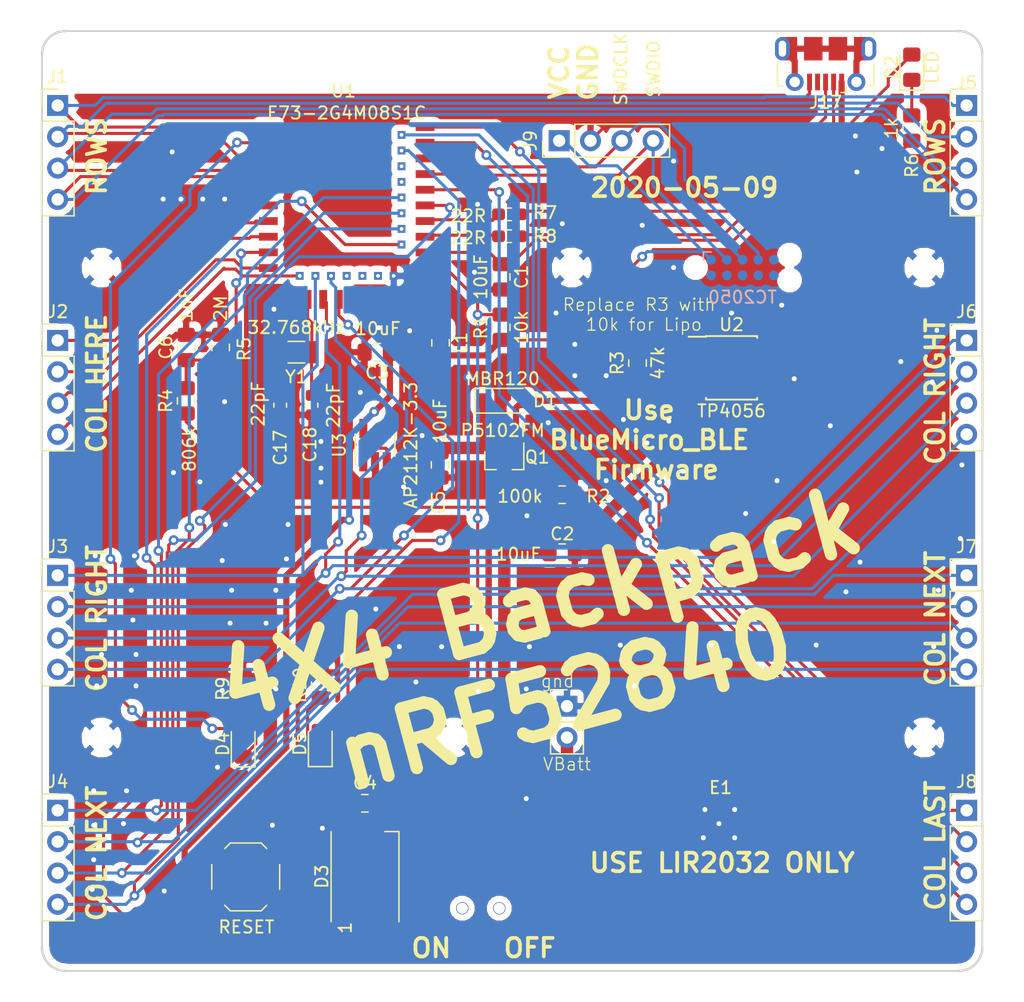
<source format=kicad_pcb>
(kicad_pcb (version 20171130) (host pcbnew "(5.0.0)")
  (layers (0 F.Cu signal) (31 B.Cu signal) (34 B.Paste user) (35 F.Paste user) (36 B.SilkS user) (37 F.SilkS user) (38 B.Mask user) (39 F.Mask user) (44 Edge.Cuts user))
  (net 0 "")
  (net 1 ROW1)
  (net 2 ROW2)
  (net 3 ROW3)
  (net 4 ROW4)
  (net 5 COL4)
  (net 6 COL3)
  (net 7 COL2)
  (net 8 COL1)
  (net 9 COL5)
  (net 10 COL6)
  (net 11 COL7)
  (net 12 COL8)
  (net 13 COL12)
  (net 14 COL11)
  (net 15 COL10)
  (net 16 COL9)
  (net 17 COL16)
  (net 18 COL15)
  (net 19 COL14)
  (net 20 COL13)
  (net 21 GND)
  (net 22 "Net-(C2-Pad1)")
  (net 23 VCC)
  (net 24 RESET)
  (net 25 "Net-(E1-Pad1)")
  (net 26 SWDCLK)
  (net 27 SWDIO)
  (net 28 /P0.31)
  (net 29 /Data+)
  (net 30 /Data-)
  (net 31 VBUS)
  (net 32 "Net-(C5-Pad1)")
  (net 33 "Net-(C17-Pad1)")
  (net 34 "Net-(C18-Pad1)")
  (net 35 "Net-(D2-Pad1)")
  (net 36 "Net-(J17-Pad6)")
  (net 37 "Net-(R3-Pad1)")
  (net 38 "Net-(R6-Pad2)")
  (net 39 "Net-(J17-Pad2)")
  (net 40 "Net-(J17-Pad3)")
  (net 41 WS2812)
  (net 42 "Net-(D4-Pad1)")
  (net 43 BLUE_LED)
  (net 44 RED_LED)
  (net 45 "Net-(D5-Pad1)")
  (net 46 "Net-(L1-Pad1)")
  (module Connector_USB:USB_Micro-B_Molex-105017-0001 (layer F.Cu) (at 139.7 78.867 180)
    (fp_text reference J17 (at 0 -3.1125 180) (layer F.SilkS))
    (fp_text value USB_B_Micro)
    (pad 6 smd rect (at 1 1.2375 180) (size 1.5 1.9) (layers F.Cu F.Paste F.Mask) (net 36 "Net-(J17-Pad6)"))
    (pad 6 thru_hole circle (at -2.5 -1.4625 180) (size 1.45 1.45) (drill 0.85) (layers *.Cu *.Mask) (net 36 "Net-(J17-Pad6)"))
    (pad 2 smd rect (at -0.65 -1.4625 180) (size 0.4 1.35) (layers F.Cu F.Paste F.Mask) (net 39 "Net-(J17-Pad2)"))
    (pad 1 smd rect (at -1.3 -1.4625 180) (size 0.4 1.35) (layers F.Cu F.Paste F.Mask) (net 31 VBUS))
    (pad 5 smd rect (at 1.3 -1.4625 180) (size 0.4 1.35) (layers F.Cu F.Paste F.Mask) (net 21 GND))
    (pad 4 smd rect (at 0.65 -1.4625 180) (size 0.4 1.35) (layers F.Cu F.Paste F.Mask))
    (pad 3 smd rect (at 0 -1.4625 180) (size 0.4 1.35) (layers F.Cu F.Paste F.Mask) (net 40 "Net-(J17-Pad3)"))
    (pad 6 thru_hole circle (at 2.5 -1.4625 180) (size 1.45 1.45) (drill 0.85) (layers *.Cu *.Mask) (net 36 "Net-(J17-Pad6)"))
    (pad 6 smd rect (at -1 1.2375 180) (size 1.5 1.9) (layers F.Cu F.Paste F.Mask) (net 36 "Net-(J17-Pad6)"))
    (pad 6 thru_hole oval (at -3.5 1.2375) (size 1.2 1.9) (drill oval 0.6 1.3) (layers *.Cu *.Mask) (net 36 "Net-(J17-Pad6)"))
    (pad 6 thru_hole oval (at 3.5 1.2375 180) (size 1.2 1.9) (drill oval 0.6 1.3) (layers *.Cu *.Mask) (net 36 "Net-(J17-Pad6)"))
    (pad 6 smd rect (at 2.9 1.2375 180) (size 1.2 1.9) (layers F.Cu F.Mask) (net 36 "Net-(J17-Pad6)"))
    (pad 6 smd rect (at -2.9 1.2375 180) (size 1.2 1.9) (layers F.Cu F.Mask) (net 36 "Net-(J17-Pad6)"))
  )
  (module Connector_PinHeader_2.54mm:PinHeader_1x04_P2.54mm_Vertical (layer F.Cu) (at 77.47 82.2325)
    (fp_text reference J1 (at 0 -2.33) (layer F.SilkS))
    (fp_text value Conn_01x04)
    (pad 1 thru_hole rect (at 0 0) (size 1.7 1.7) (drill 1) (layers *.Cu *.Mask) (net 1 ROW1))
    (pad 2 thru_hole oval (at 0 2.54) (size 1.7 1.7) (drill 1) (layers *.Cu *.Mask) (net 2 ROW2))
    (pad 3 thru_hole oval (at 0 5.08) (size 1.7 1.7) (drill 1) (layers *.Cu *.Mask) (net 3 ROW3))
    (pad 4 thru_hole oval (at 0 7.62) (size 1.7 1.7) (drill 1) (layers *.Cu *.Mask) (net 4 ROW4))
  )
  (module Connector_PinHeader_2.54mm:PinHeader_1x04_P2.54mm_Vertical (layer F.Cu) (at 77.47 101.2825)
    (fp_text reference J2 (at 0 -2.33) (layer F.SilkS))
    (fp_text value Conn_01x04)
    (pad 4 thru_hole oval (at 0 7.62) (size 1.7 1.7) (drill 1) (layers *.Cu *.Mask) (net 5 COL4))
    (pad 3 thru_hole oval (at 0 5.08) (size 1.7 1.7) (drill 1) (layers *.Cu *.Mask) (net 6 COL3))
    (pad 2 thru_hole oval (at 0 2.54) (size 1.7 1.7) (drill 1) (layers *.Cu *.Mask) (net 7 COL2))
    (pad 1 thru_hole rect (at 0 0) (size 1.7 1.7) (drill 1) (layers *.Cu *.Mask) (net 8 COL1))
  )
  (module Connector_PinHeader_2.54mm:PinHeader_1x04_P2.54mm_Vertical (layer F.Cu) (at 77.47 120.3325)
    (fp_text reference J3 (at 0 -2.33) (layer F.SilkS))
    (fp_text value Conn_01x04)
    (pad 1 thru_hole rect (at 0 0) (size 1.7 1.7) (drill 1) (layers *.Cu *.Mask) (net 9 COL5))
    (pad 2 thru_hole oval (at 0 2.54) (size 1.7 1.7) (drill 1) (layers *.Cu *.Mask) (net 10 COL6))
    (pad 3 thru_hole oval (at 0 5.08) (size 1.7 1.7) (drill 1) (layers *.Cu *.Mask) (net 11 COL7))
    (pad 4 thru_hole oval (at 0 7.62) (size 1.7 1.7) (drill 1) (layers *.Cu *.Mask) (net 12 COL8))
  )
  (module Connector_PinHeader_2.54mm:PinHeader_1x04_P2.54mm_Vertical (layer F.Cu) (at 77.47 139.3825)
    (fp_text reference J4 (at 0 -2.33) (layer F.SilkS))
    (fp_text value Conn_01x04)
    (pad 4 thru_hole oval (at 0 7.62) (size 1.7 1.7) (drill 1) (layers *.Cu *.Mask) (net 13 COL12))
    (pad 3 thru_hole oval (at 0 5.08) (size 1.7 1.7) (drill 1) (layers *.Cu *.Mask) (net 14 COL11))
    (pad 2 thru_hole oval (at 0 2.54) (size 1.7 1.7) (drill 1) (layers *.Cu *.Mask) (net 15 COL10))
    (pad 1 thru_hole rect (at 0 0) (size 1.7 1.7) (drill 1) (layers *.Cu *.Mask) (net 16 COL9))
  )
  (module Connector_PinHeader_2.54mm:PinHeader_1x04_P2.54mm_Vertical (layer F.Cu) (at 151.13 82.2325)
    (fp_text reference J5 (at 0 -1.825001) (layer F.SilkS))
    (fp_text value Conn_01x04)
    (pad 1 thru_hole rect (at 0 0) (size 1.7 1.7) (drill 1) (layers *.Cu *.Mask) (net 1 ROW1))
    (pad 2 thru_hole oval (at 0 2.54) (size 1.7 1.7) (drill 1) (layers *.Cu *.Mask) (net 2 ROW2))
    (pad 3 thru_hole oval (at 0 5.08) (size 1.7 1.7) (drill 1) (layers *.Cu *.Mask) (net 3 ROW3))
    (pad 4 thru_hole oval (at 0 7.62) (size 1.7 1.7) (drill 1) (layers *.Cu *.Mask) (net 4 ROW4))
  )
  (module Connector_PinHeader_2.54mm:PinHeader_1x04_P2.54mm_Vertical (layer F.Cu) (at 151.13 101.2825)
    (fp_text reference J6 (at 0 -2.33) (layer F.SilkS))
    (fp_text value Conn_01x04)
    (pad 4 thru_hole oval (at 0 7.62) (size 1.7 1.7) (drill 1) (layers *.Cu *.Mask) (net 12 COL8))
    (pad 3 thru_hole oval (at 0 5.08) (size 1.7 1.7) (drill 1) (layers *.Cu *.Mask) (net 11 COL7))
    (pad 2 thru_hole oval (at 0 2.54) (size 1.7 1.7) (drill 1) (layers *.Cu *.Mask) (net 10 COL6))
    (pad 1 thru_hole rect (at 0 0) (size 1.7 1.7) (drill 1) (layers *.Cu *.Mask) (net 9 COL5))
  )
  (module Connector_PinHeader_2.54mm:PinHeader_1x04_P2.54mm_Vertical (layer F.Cu) (at 151.13 120.3325)
    (fp_text reference J7 (at 0 -2.33) (layer F.SilkS))
    (fp_text value Conn_01x04)
    (pad 1 thru_hole rect (at 0 0) (size 1.7 1.7) (drill 1) (layers *.Cu *.Mask) (net 16 COL9))
    (pad 2 thru_hole oval (at 0 2.54) (size 1.7 1.7) (drill 1) (layers *.Cu *.Mask) (net 15 COL10))
    (pad 3 thru_hole oval (at 0 5.08) (size 1.7 1.7) (drill 1) (layers *.Cu *.Mask) (net 14 COL11))
    (pad 4 thru_hole oval (at 0 7.62) (size 1.7 1.7) (drill 1) (layers *.Cu *.Mask) (net 13 COL12))
  )
  (module Connector_PinHeader_2.54mm:PinHeader_1x04_P2.54mm_Vertical (layer F.Cu) (at 151.13 139.3825)
    (fp_text reference J8 (at 0 -2.33) (layer F.SilkS))
    (fp_text value Conn_01x04)
    (pad 4 thru_hole oval (at 0 7.62) (size 1.7 1.7) (drill 1) (layers *.Cu *.Mask) (net 17 COL16))
    (pad 3 thru_hole oval (at 0 5.08) (size 1.7 1.7) (drill 1) (layers *.Cu *.Mask) (net 18 COL15))
    (pad 2 thru_hole oval (at 0 2.54) (size 1.7 1.7) (drill 1) (layers *.Cu *.Mask) (net 19 COL14))
    (pad 1 thru_hole rect (at 0 0) (size 1.7 1.7) (drill 1) (layers *.Cu *.Mask) (net 20 COL13))
  )
  (module Capacitor_SMD:C_0805_2012Metric_Pad1.15x1.40mm_HandSolder (layer F.Cu) (at 113.411 96.13 270)
    (fp_text reference C1 (at 0 -1.65 270) (layer F.SilkS))
    (fp_text value 10uF (at 0 1.65 270) (layer F.SilkS))
    (pad 2 smd roundrect (at 1.025 0 270) (size 1.15 1.4) (layers F.Cu F.Paste F.Mask) (roundrect_rratio 0.217391) (net 21 GND))
    (pad 1 smd roundrect (at -1.025 0 270) (size 1.15 1.4) (layers F.Cu F.Paste F.Mask) (roundrect_rratio 0.217391) (net 31 VBUS))
  )
  (module Capacitor_SMD:C_0805_2012Metric_Pad1.15x1.40mm_HandSolder (layer F.Cu) (at 118.355 118.491)
    (fp_text reference C2 (at 0.009 -1.524) (layer F.SilkS))
    (fp_text value 10uF (at -3.547 0.127) (layer F.SilkS))
    (pad 1 smd roundrect (at -1.025 0) (size 1.15 1.4) (layers F.Cu F.Paste F.Mask) (roundrect_rratio 0.217391) (net 22 "Net-(C2-Pad1)"))
    (pad 2 smd roundrect (at 1.025 0) (size 1.15 1.4) (layers F.Cu F.Paste F.Mask) (roundrect_rratio 0.217391) (net 21 GND))
  )
  (module Capacitor_SMD:C_0805_2012Metric_Pad1.15x1.40mm_HandSolder (layer F.Cu) (at 103.36901 102.235 180)
    (fp_text reference C3 (at 0 -1.65 180) (layer F.SilkS))
    (fp_text value 10uF (at -0.0508 1.905 180) (layer F.SilkS))
    (pad 1 smd roundrect (at -1.025 0 180) (size 1.15 1.4) (layers F.Cu F.Paste F.Mask) (roundrect_rratio 0.217391) (net 23 VCC))
    (pad 2 smd roundrect (at 1.025 0 180) (size 1.15 1.4) (layers F.Cu F.Paste F.Mask) (roundrect_rratio 0.217391) (net 21 GND))
  )
  (module Package_TO_SOT_SMD:SOT-23 (layer F.Cu) (at 113.665 110.998 270)
    (fp_text reference Q1 (at -0.254 -2.667) (layer F.SilkS))
    (fp_text value P5102FM (at -2.413 0.127) (layer F.SilkS))
    (pad 1 smd rect (at -1 -0.95 270) (size 0.9 0.8) (layers F.Cu F.Paste F.Mask) (net 31 VBUS))
    (pad 2 smd rect (at -1 0.95 270) (size 0.9 0.8) (layers F.Cu F.Paste F.Mask) (net 32 "Net-(C5-Pad1)"))
    (pad 3 smd rect (at 1 0 270) (size 0.9 0.8) (layers F.Cu F.Paste F.Mask) (net 22 "Net-(C2-Pad1)"))
  )
  (module E73:C70373_CR2032 (layer F.Cu) (at 137.16 135.89)
    (fp_text reference E1 (at -5.969 1.651) (layer F.SilkS))
    (fp_text value "LR2032 - 4.2V")
    (pad 1 smd rect (at 6.35 4.572) (size 3.25 3.25) (layers F.Cu F.Paste F.Mask) (net 25 "Net-(E1-Pad1)"))
    (pad 1 smd rect (at -18.542 4.572) (size 3.25 3.25) (layers F.Cu F.Paste F.Mask) (net 25 "Net-(E1-Pad1)"))
    (pad 2 smd rect (at -6.096 4.572) (size 3.25 3.25) (layers F.Cu F.Paste F.Mask) (net 21 GND))
  )
  (module Connector_PinHeader_2.54mm:PinHeader_1x04_P2.54mm_Vertical (layer F.Cu) (at 118.11 85.09 90)
    (fp_text reference J9 (at 0 -2.33 90) (layer F.SilkS))
    (fp_text value Conn_01x04)
    (pad 1 thru_hole rect (at 0 0 90) (size 1.7 1.7) (drill 1) (layers *.Cu *.Mask) (net 23 VCC))
    (pad 2 thru_hole oval (at 0 2.54 90) (size 1.7 1.7) (drill 1) (layers *.Cu *.Mask) (net 21 GND))
    (pad 3 thru_hole oval (at 0 5.08 90) (size 1.7 1.7) (drill 1) (layers *.Cu *.Mask) (net 26 SWDCLK))
    (pad 4 thru_hole oval (at 0 7.62 90) (size 1.7 1.7) (drill 1) (layers *.Cu *.Mask) (net 27 SWDIO))
  )
  (module MountingHole:MountingHole_2.2mm_M2_ISO7380 (layer F.Cu) (at 81.026 133.477)
    (fp_text reference J11 hide)
    (fp_text value Conn_01x01)
    (pad 1 np_thru_hole circle (at 0 0) (size 2.2 2.2) (drill 2.2) (layers *.Cu *.Mask) (net 21 GND))
  )
  (module MountingHole:MountingHole_2.2mm_M2_ISO7380 (layer F.Cu) (at 147.701 95.377)
    (fp_text reference J12 hide)
    (fp_text value Conn_01x01)
    (pad 1 np_thru_hole circle (at 0 0) (size 2.2 2.2) (drill 2.2) (layers *.Cu *.Mask) (net 21 GND))
  )
  (module MountingHole:MountingHole_2.2mm_M2_ISO7380 (layer F.Cu) (at 147.701 133.477)
    (fp_text reference J13 hide)
    (fp_text value Conn_01x01)
    (pad 1 np_thru_hole circle (at 0 0) (size 2.2 2.2) (drill 2.2) (layers *.Cu *.Mask) (net 21 GND))
  )
  (module MountingHole:MountingHole_2.2mm_M2_ISO7380 (layer F.Cu) (at 109.601 133.477)
    (fp_text reference J14 hide)
    (fp_text value Conn_01x01)
    (pad 1 np_thru_hole circle (at 0 0) (size 2.2 2.2) (drill 2.2) (layers *.Cu *.Mask) (net 21 GND))
  )
  (module MountingHole:MountingHole_2.2mm_M2_ISO7380 (layer F.Cu) (at 119.126 95.377)
    (fp_text reference J15 hide)
    (fp_text value Conn_01x01)
    (pad 1 np_thru_hole circle (at 0 0) (size 2.2 2.2) (drill 2.2) (layers *.Cu *.Mask) (net 21 GND))
  )
  (module MountingHole:MountingHole_2.2mm_M2_ISO7380 (layer F.Cu) (at 81.026 95.377)
    (fp_text reference J16 hide)
    (fp_text value Conn_01x01)
    (pad 1 np_thru_hole circle (at 0 0) (size 2.2 2.2) (drill 2.2) (layers *.Cu *.Mask) (net 21 GND))
  )
  (module E73:SPDT_C128955 (layer F.Cu) (at 111.76 147.32 180)
    (fp_text reference SW1 hide)
    (fp_text value SW_SPDT)
    (pad "" np_thru_hole circle (at 1.5 0 180) (size 1 1) (drill 0.9) (layers *.Cu *.Mask))
    (pad "" np_thru_hole circle (at -1.5 0 180) (size 1 1) (drill 0.9) (layers *.Cu *.Mask))
    (pad 2 smd rect (at -0.75 2.075 180) (size 0.9 1.25) (layers F.Cu F.Paste F.Mask) (net 25 "Net-(E1-Pad1)"))
    (pad 3 smd rect (at -2.25 2.075 180) (size 0.9 1.25) (layers F.Cu F.Paste F.Mask))
    (pad 1 smd rect (at 2.25 2.075 180) (size 0.9 1.25) (layers F.Cu F.Paste F.Mask) (net 22 "Net-(C2-Pad1)"))
    (pad 0 smd rect (at 3.7 -1.1 180) (size 0.9 0.9) (layers F.Cu F.Paste F.Mask))
    (pad 0 smd rect (at 3.7 1.1 180) (size 0.9 0.9) (layers F.Cu F.Paste F.Mask))
    (pad 0 smd rect (at -3.7 1.1 180) (size 0.9 0.9) (layers F.Cu F.Paste F.Mask))
    (pad 0 smd rect (at -3.7 -1.1 180) (size 0.9 0.9) (layers F.Cu F.Paste F.Mask))
  )
  (module E73:SW_TACT_ALPS_SKQGABE010 (layer F.Cu) (at 92.71 144.78 180)
    (fp_text reference SW2 hide)
    (fp_text value RESET (at -0.0508 -4.064 180) (layer F.SilkS))
    (pad 1 smd rect (at -3.1 -1.85 180) (size 1.8 1.1) (layers F.Cu F.Paste F.Mask) (net 21 GND))
    (pad 1 smd rect (at 3.1 -1.85 180) (size 1.8 1.1) (layers F.Cu F.Paste F.Mask) (net 21 GND))
    (pad 2 smd rect (at -3.1 1.85 180) (size 1.8 1.1) (layers F.Cu F.Paste F.Mask) (net 24 RESET))
    (pad 2 smd rect (at 3.1 1.85 180) (size 1.8 1.1) (layers F.Cu F.Paste F.Mask) (net 24 RESET))
  )
  (module Capacitor_SMD:C_0805_2012Metric_Pad1.15x1.40mm_HandSolder (layer F.Cu) (at 108.458 111.37 270)
    (fp_text reference C5 (at 3.057 0.127 270) (layer F.SilkS))
    (fp_text value 10uF (at -3.547 0 270) (layer F.SilkS))
    (pad 2 smd roundrect (at 1.025 0 270) (size 1.15 1.4) (layers F.Cu F.Paste F.Mask) (roundrect_rratio 0.217391) (net 21 GND))
    (pad 1 smd roundrect (at -1.025 0 270) (size 1.15 1.4) (layers F.Cu F.Paste F.Mask) (roundrect_rratio 0.217391) (net 32 "Net-(C5-Pad1)"))
  )
  (module Capacitor_SMD:C_0805_2012Metric_Pad1.15x1.40mm_HandSolder (layer F.Cu) (at 87.884 101.854 90)
    (fp_text reference C6 (at 0 -1.65 90) (layer F.SilkS))
    (fp_text value 1nF (at 3.429 0 90) (layer F.SilkS))
    (pad 1 smd roundrect (at -1.025 0 90) (size 1.15 1.4) (layers F.Cu F.Paste F.Mask) (roundrect_rratio 0.217391) (net 28 /P0.31))
    (pad 2 smd roundrect (at 1.025 0 90) (size 1.15 1.4) (layers F.Cu F.Paste F.Mask) (roundrect_rratio 0.217391) (net 21 GND))
  )
  (module Capacitor_SMD:C_0603_1608Metric (layer F.Cu) (at 95.504 106.527499 270)
    (fp_text reference C17 (at 3.454501 0 270) (layer F.SilkS))
    (fp_text value 22pF (at -0.101499 1.778 270) (layer F.SilkS))
    (pad 2 smd roundrect (at 0.7875 0 270) (size 0.875 0.95) (layers F.Cu F.Paste F.Mask) (net 21 GND))
    (pad 1 smd roundrect (at -0.7875 0 270) (size 0.875 0.95) (layers F.Cu F.Paste F.Mask) (net 33 "Net-(C17-Pad1)"))
  )
  (module Capacitor_SMD:C_0603_1608Metric (layer F.Cu) (at 98.044 106.527496 270)
    (fp_text reference C18 (at 3.200504 0.127 270) (layer F.SilkS))
    (fp_text value 22pF (at 0.025504 -1.778 270) (layer F.SilkS))
    (pad 1 smd roundrect (at -0.7875 0 270) (size 0.875 0.95) (layers F.Cu F.Paste F.Mask) (net 34 "Net-(C18-Pad1)"))
    (pad 2 smd roundrect (at 0.7875 0 270) (size 0.875 0.95) (layers F.Cu F.Paste F.Mask) (net 21 GND))
  )
  (module Diode_SMD:D_SOD-123 (layer F.Cu) (at 113.538 106.172)
    (fp_text reference D1 (at 3.429 0) (layer F.SilkS))
    (fp_text value MBR120 (at 0 -1.778) (layer F.SilkS))
    (pad 1 smd rect (at -1.65 0) (size 0.9 1.2) (layers F.Cu F.Paste F.Mask) (net 32 "Net-(C5-Pad1)"))
    (pad 2 smd rect (at 1.65 0) (size 0.9 1.2) (layers F.Cu F.Paste F.Mask) (net 31 VBUS))
  )
  (module LED_SMD:LED_0805_2012Metric_Pad1.15x1.40mm_HandSolder (layer F.Cu) (at 146.685 79.129987 90)
    (fp_text reference D2 (at 0 -1.65 90) (layer F.SilkS))
    (fp_text value LED (at 0 1.65 90) (layer F.SilkS))
    (pad 1 smd roundrect (at -1.025 0 90) (size 1.15 1.4) (layers F.Cu F.Paste F.Mask) (roundrect_rratio 0.217391) (net 35 "Net-(D2-Pad1)"))
    (pad 2 smd roundrect (at 1.025 0 90) (size 1.15 1.4) (layers F.Cu F.Paste F.Mask) (roundrect_rratio 0.217391) (net 31 VBUS))
  )
  (module Connector:Tag-Connect_TC2050-IDC-NL_2x05_P1.27mm_Vertical (layer B.Cu) (at 132.969 95.377)
    (fp_text reference J10 hide)
    (fp_text value TC2050 (at 0 2.4) (layer B.SilkS) (effects (justify mirror)))
    (pad "" np_thru_hole circle (at 3.81 1.016) (size 0.9906 0.9906) (drill 0.9906) (layers *.Cu *.Mask))
    (pad "" np_thru_hole circle (at 3.81 -1.016) (size 0.9906 0.9906) (drill 0.9906) (layers *.Cu *.Mask))
    (pad "" np_thru_hole circle (at -3.81 0) (size 0.9906 0.9906) (drill 0.9906) (layers *.Cu *.Mask))
    (pad 1 connect circle (at -2.54 -0.635) (size 0.7874 0.7874) (layers B.Cu B.Mask) (net 23 VCC))
    (pad 2 connect circle (at -1.27 -0.635) (size 0.7874 0.7874) (layers B.Cu B.Mask) (net 27 SWDIO))
    (pad 3 connect circle (at 0 -0.635) (size 0.7874 0.7874) (layers B.Cu B.Mask) (net 21 GND))
    (pad 4 connect circle (at 1.27 -0.635) (size 0.7874 0.7874) (layers B.Cu B.Mask) (net 26 SWDCLK))
    (pad 5 connect circle (at 2.54 -0.635) (size 0.7874 0.7874) (layers B.Cu B.Mask))
    (pad 6 connect circle (at 2.54 0.635) (size 0.7874 0.7874) (layers B.Cu B.Mask))
    (pad 7 connect circle (at 1.27 0.635) (size 0.7874 0.7874) (layers B.Cu B.Mask))
    (pad 8 connect circle (at 0 0.635) (size 0.7874 0.7874) (layers B.Cu B.Mask))
    (pad 9 connect circle (at -1.27 0.635) (size 0.7874 0.7874) (layers B.Cu B.Mask))
    (pad 10 connect circle (at -2.54 0.635) (size 0.7874 0.7874) (layers B.Cu B.Mask))
  )
  (module Resistor_SMD:R_0805_2012Metric_Pad1.15x1.40mm_HandSolder (layer F.Cu) (at 113.411 100.211999 90)
    (fp_text reference R1 (at 0 -1.65 90) (layer F.SilkS))
    (fp_text value 10k (at 0 1.65 90) (layer F.SilkS))
    (pad 2 smd roundrect (at 1.025 0 90) (size 1.15 1.4) (layers F.Cu F.Paste F.Mask) (roundrect_rratio 0.217391) (net 24 RESET))
    (pad 1 smd roundrect (at -1.025 0 90) (size 1.15 1.4) (layers F.Cu F.Paste F.Mask) (roundrect_rratio 0.217391) (net 23 VCC))
  )
  (module Resistor_SMD:R_0805_2012Metric_Pad1.15x1.40mm_HandSolder (layer F.Cu) (at 118.355 113.792)
    (fp_text reference R2 (at 2.93 0.127) (layer F.SilkS))
    (fp_text value 100k (at -3.42 0.127) (layer F.SilkS))
    (pad 1 smd roundrect (at -1.025 0) (size 1.15 1.4) (layers F.Cu F.Paste F.Mask) (roundrect_rratio 0.217391) (net 31 VBUS))
    (pad 2 smd roundrect (at 1.025 0) (size 1.15 1.4) (layers F.Cu F.Paste F.Mask) (roundrect_rratio 0.217391) (net 21 GND))
  )
  (module Resistor_SMD:R_0805_2012Metric_Pad1.15x1.40mm_HandSolder (layer F.Cu) (at 124.46 103.115 90)
    (fp_text reference R3 (at 0 -1.65 90) (layer F.SilkS))
    (fp_text value 47k (at 0 1.65 90) (layer F.SilkS))
    (pad 1 smd roundrect (at -1.025 0 90) (size 1.15 1.4) (layers F.Cu F.Paste F.Mask) (roundrect_rratio 0.217391) (net 37 "Net-(R3-Pad1)"))
    (pad 2 smd roundrect (at 1.025 0 90) (size 1.15 1.4) (layers F.Cu F.Paste F.Mask) (roundrect_rratio 0.217391) (net 21 GND))
  )
  (module Resistor_SMD:R_0805_2012Metric_Pad1.15x1.40mm_HandSolder (layer F.Cu) (at 87.884 106.180999 90)
    (fp_text reference R4 (at 0 -1.65 90) (layer F.SilkS))
    (fp_text value 806k (at -3.928001 0.254 90) (layer F.SilkS))
    (pad 2 smd roundrect (at 1.025 0 90) (size 1.15 1.4) (layers F.Cu F.Paste F.Mask) (roundrect_rratio 0.217391) (net 28 /P0.31))
    (pad 1 smd roundrect (at -1.025 0 90) (size 1.15 1.4) (layers F.Cu F.Paste F.Mask) (roundrect_rratio 0.217391) (net 22 "Net-(C2-Pad1)"))
  )
  (module Resistor_SMD:R_0805_2012Metric_Pad1.15x1.40mm_HandSolder (layer F.Cu) (at 90.678 101.845 90)
    (fp_text reference R5 (at -0.136 1.905 90) (layer F.SilkS))
    (fp_text value 2M (at 3.166 0 90) (layer F.SilkS))
    (pad 2 smd roundrect (at 1.025 0 90) (size 1.15 1.4) (layers F.Cu F.Paste F.Mask) (roundrect_rratio 0.217391) (net 21 GND))
    (pad 1 smd roundrect (at -1.025 0 90) (size 1.15 1.4) (layers F.Cu F.Paste F.Mask) (roundrect_rratio 0.217391) (net 28 /P0.31))
  )
  (module Resistor_SMD:R_0805_2012Metric_Pad1.15x1.40mm_HandSolder (layer F.Cu) (at 146.685 84.065001 270)
    (fp_text reference R6 (at 3.056999 0 90) (layer F.SilkS))
    (fp_text value 1k (at 0 1.65 270) (layer F.SilkS))
    (pad 1 smd roundrect (at -1.025 0 270) (size 1.15 1.4) (layers F.Cu F.Paste F.Mask) (roundrect_rratio 0.217391) (net 35 "Net-(D2-Pad1)"))
    (pad 2 smd roundrect (at 1.025 0 270) (size 1.15 1.4) (layers F.Cu F.Paste F.Mask) (roundrect_rratio 0.217391) (net 38 "Net-(R6-Pad2)"))
  )
  (module E73:2G4M08S1C (layer F.Cu) (at 100.894 80.175 180)
    (fp_text reference U1 (at 0.254 -0.889 180) (layer F.SilkS))
    (fp_text value E73-2G4M08S1C (at 0 -2.667 180) (layer F.SilkS))
    (pad 42 thru_hole rect (at -4.445 -4.445 180) (size 0.635 0.635) (drill 0.3048) (layers *.Cu *.Mask) (net 19 COL14))
    (pad 40 thru_hole rect (at -4.445 -5.715 180) (size 0.635 0.635) (drill 0.3048) (layers *.Cu *.Mask) (net 44 RED_LED))
    (pad 38 thru_hole rect (at -4.445 -6.985 180) (size 0.635 0.635) (drill 0.3048) (layers *.Cu *.Mask))
    (pad 36 thru_hole rect (at -4.445 -8.255 180) (size 0.635 0.635) (drill 0.3048) (layers *.Cu *.Mask))
    (pad 34 thru_hole rect (at -4.445 -9.525 180) (size 0.635 0.635) (drill 0.3048) (layers *.Cu *.Mask) (net 16 COL9))
    (pad 32 thru_hole rect (at -4.445 -10.795 180) (size 0.635 0.635) (drill 0.3048) (layers *.Cu *.Mask) (net 14 COL11))
    (pad 30 thru_hole rect (at -4.445 -12.065 180) (size 0.635 0.635) (drill 0.3048) (layers *.Cu *.Mask) (net 13 COL12))
    (pad 28 thru_hole rect (at -4.445 -13.335 180) (size 0.635 0.635) (drill 0.3048) (layers *.Cu *.Mask) (net 41 WS2812))
    (pad 12 thru_hole rect (at 3.81 -15.875 90) (size 0.635 0.635) (drill 0.3048) (layers *.Cu *.Mask) (net 5 COL4))
    (pad 14 thru_hole rect (at 2.54 -15.875 90) (size 0.635 0.635) (drill 0.3048) (layers *.Cu *.Mask) (net 9 COL5))
    (pad 16 thru_hole rect (at 1.27 -15.875 90) (size 0.635 0.635) (drill 0.3048) (layers *.Cu *.Mask) (net 11 COL7))
    (pad 24 thru_hole rect (at -3.81 -15.875 90) (size 0.635 0.635) (drill 0.3048) (layers *.Cu *.Mask) (net 21 GND))
    (pad 22 thru_hole rect (at -2.54 -15.875 90) (size 0.635 0.635) (drill 0.3048) (layers *.Cu *.Mask))
    (pad 20 thru_hole rect (at -1.27 -15.875 90) (size 0.635 0.635) (drill 0.3048) (layers *.Cu *.Mask))
    (pad 18 thru_hole rect (at 0 -15.875 90) (size 0.635 0.635) (drill 0.3048) (layers *.Cu *.Mask))
    (pad 43 smd rect (at -6.35 -3.81 180) (size 1.524 0.635) (layers F.Cu F.Paste F.Mask) (net 20 COL13))
    (pad 41 smd rect (at -6.35 -5.08 180) (size 1.524 0.635) (layers F.Cu F.Paste F.Mask) (net 18 COL15))
    (pad 39 smd rect (at -6.35 -6.35 180) (size 1.524 0.635) (layers F.Cu F.Paste F.Mask) (net 26 SWDCLK))
    (pad 37 smd rect (at -6.35 -7.62 180) (size 1.524 0.635) (layers F.Cu F.Paste F.Mask) (net 27 SWDIO))
    (pad 35 smd rect (at -6.35 -8.89 180) (size 1.524 0.635) (layers F.Cu F.Paste F.Mask) (net 17 COL16))
    (pad 33 smd rect (at -6.35 -10.16 180) (size 1.524 0.635) (layers F.Cu F.Paste F.Mask) (net 15 COL10))
    (pad 31 smd rect (at -6.35 -11.43 180) (size 1.524 0.635) (layers F.Cu F.Paste F.Mask) (net 29 /Data+))
    (pad 29 smd rect (at -6.35 -12.7 180) (size 1.524 0.635) (layers F.Cu F.Paste F.Mask) (net 30 /Data-))
    (pad 27 smd rect (at -6.35 -13.97 180) (size 1.524 0.635) (layers F.Cu F.Paste F.Mask) (net 31 VBUS))
    (pad 26 smd rect (at -6.35 -15.24 180) (size 1.524 0.635) (layers F.Cu F.Paste F.Mask) (net 24 RESET))
    (pad 25 smd rect (at -4.445 -17.78 270) (size 1.524 0.635) (layers F.Cu F.Paste F.Mask) (net 46 "Net-(L1-Pad1)"))
    (pad 23 smd rect (at -3.175 -17.78 270) (size 1.524 0.635) (layers F.Cu F.Paste F.Mask) (net 23 VCC))
    (pad 21 smd rect (at -1.905 -17.78 270) (size 1.524 0.635) (layers F.Cu F.Paste F.Mask) (net 21 GND))
    (pad 19 smd rect (at -0.635 -17.78 270) (size 1.524 0.635) (layers F.Cu F.Paste F.Mask) (net 23 VCC))
    (pad 17 smd rect (at 0.635 -17.78 270) (size 1.524 0.635) (layers F.Cu F.Paste F.Mask) (net 12 COL8))
    (pad 15 smd rect (at 1.905 -17.78 270) (size 1.524 0.635) (layers F.Cu F.Paste F.Mask) (net 10 COL6))
    (pad 13 smd rect (at 3.175 -17.78 270) (size 1.524 0.635) (layers F.Cu F.Paste F.Mask) (net 34 "Net-(C18-Pad1)"))
    (pad 11 smd rect (at 4.445 -17.78 270) (size 1.524 0.635) (layers F.Cu F.Paste F.Mask) (net 33 "Net-(C17-Pad1)"))
    (pad 10 smd rect (at 6.35 -15.24 180) (size 1.524 0.635) (layers F.Cu F.Paste F.Mask) (net 6 COL3))
    (pad 9 smd rect (at 6.35 -13.97) (size 1.524 0.635) (layers F.Cu F.Paste F.Mask) (net 28 /P0.31))
    (pad 8 smd rect (at 6.35 -12.7 180) (size 1.524 0.635) (layers F.Cu F.Paste F.Mask) (net 7 COL2))
    (pad 7 smd rect (at 6.35 -11.43 180) (size 1.524 0.635) (layers F.Cu F.Paste F.Mask) (net 8 COL1))
    (pad 6 smd rect (at 6.35 -10.16 180) (size 1.524 0.635) (layers F.Cu F.Paste F.Mask) (net 4 ROW4))
    (pad 5 smd rect (at 6.35 -8.89 180) (size 1.524 0.635) (layers F.Cu F.Paste F.Mask) (net 21 GND))
    (pad 4 smd rect (at 6.35 -7.62 180) (size 1.524 0.635) (layers F.Cu F.Paste F.Mask) (net 3 ROW3))
    (pad 3 smd rect (at 6.35 -6.35 180) (size 1.524 0.635) (layers F.Cu F.Paste F.Mask) (net 2 ROW2))
    (pad 2 smd rect (at 6.35 -5.08 180) (size 1.524 0.635) (layers F.Cu F.Paste F.Mask) (net 43 BLUE_LED))
    (pad 1 smd rect (at 6.35 -3.81 180) (size 1.524 0.635) (layers F.Cu F.Paste F.Mask) (net 1 ROW1))
  )
  (module Package_SO:SOIC-8_3.9x4.9mm_P1.27mm (layer F.Cu) (at 132.08 103.505)
    (fp_text reference U2 (at 0 -3.5) (layer F.SilkS))
    (fp_text value TP4056 (at 0 3.5) (layer F.SilkS))
    (pad 1 smd rect (at -2.7 -1.905) (size 1.55 0.6) (layers F.Cu F.Paste F.Mask) (net 21 GND))
    (pad 2 smd rect (at -2.7 -0.635) (size 1.55 0.6) (layers F.Cu F.Paste F.Mask) (net 37 "Net-(R3-Pad1)"))
    (pad 3 smd rect (at -2.7 0.635) (size 1.55 0.6) (layers F.Cu F.Paste F.Mask) (net 21 GND))
    (pad 4 smd rect (at -2.7 1.905) (size 1.55 0.6) (layers F.Cu F.Paste F.Mask) (net 31 VBUS))
    (pad 5 smd rect (at 2.7 1.905) (size 1.55 0.6) (layers F.Cu F.Paste F.Mask) (net 22 "Net-(C2-Pad1)"))
    (pad 6 smd rect (at 2.7 0.635) (size 1.55 0.6) (layers F.Cu F.Paste F.Mask) (net 21 GND))
    (pad 7 smd rect (at 2.7 -0.635) (size 1.55 0.6) (layers F.Cu F.Paste F.Mask) (net 38 "Net-(R6-Pad2)"))
    (pad 8 smd rect (at 2.7 -1.905) (size 1.55 0.6) (layers F.Cu F.Paste F.Mask) (net 31 VBUS))
  )
  (module Package_TO_SOT_SMD:SOT-23-5_HandSoldering (layer F.Cu) (at 103.19 109.775 90)
    (fp_text reference U3 (at 0 -2.9 90) (layer F.SilkS))
    (fp_text value AP2112K-3.3 (at 0 2.9 90) (layer F.SilkS))
    (pad 1 smd rect (at -1.35 -0.95 90) (size 1.56 0.65) (layers F.Cu F.Paste F.Mask) (net 32 "Net-(C5-Pad1)"))
    (pad 2 smd rect (at -1.35 0 90) (size 1.56 0.65) (layers F.Cu F.Paste F.Mask) (net 21 GND))
    (pad 3 smd rect (at -1.35 0.95 90) (size 1.56 0.65) (layers F.Cu F.Paste F.Mask) (net 32 "Net-(C5-Pad1)"))
    (pad 4 smd rect (at 1.35 0.95 90) (size 1.56 0.65) (layers F.Cu F.Paste F.Mask))
    (pad 5 smd rect (at 1.35 -0.95 90) (size 1.56 0.65) (layers F.Cu F.Paste F.Mask) (net 23 VCC))
  )
  (module Crystal:Crystal_SMD_3215-2Pin_3.2x1.5mm (layer F.Cu) (at 96.814001 102.235 180)
    (fp_text reference Y1 (at 0 -2 180) (layer F.SilkS))
    (fp_text value 32.768kHz (at 0 2 180) (layer F.SilkS))
    (pad 1 smd rect (at 1.25 0 180) (size 1 1.8) (layers F.Cu F.Paste F.Mask) (net 33 "Net-(C17-Pad1)"))
    (pad 2 smd rect (at -1.25 0 180) (size 1 1.8) (layers F.Cu F.Paste F.Mask) (net 34 "Net-(C18-Pad1)"))
  )
  (module Resistor_SMD:R_0603_1608Metric_Pad1.05x0.95mm_HandSolder (layer F.Cu) (at 114.070001 91.059)
    (fp_text reference R7 (at 2.896999 -0.127) (layer F.SilkS))
    (fp_text value 22R (at -3.326001 0.127) (layer F.SilkS))
    (pad 1 smd roundrect (at -0.875 0) (size 1.05 0.95) (layers F.Cu F.Paste F.Mask) (net 29 /Data+))
    (pad 2 smd roundrect (at 0.875 0) (size 1.05 0.95) (layers F.Cu F.Paste F.Mask) (net 40 "Net-(J17-Pad3)"))
  )
  (module Resistor_SMD:R_0603_1608Metric_Pad1.05x0.95mm_HandSolder (layer F.Cu) (at 114.070001 92.837)
    (fp_text reference R8 (at 2.896999 0) (layer F.SilkS))
    (fp_text value 22R (at -3.326001 0.127) (layer F.SilkS))
    (pad 2 smd roundrect (at 0.875 0) (size 1.05 0.95) (layers F.Cu F.Paste F.Mask) (net 39 "Net-(J17-Pad2)"))
    (pad 1 smd roundrect (at -0.875 0) (size 1.05 0.95) (layers F.Cu F.Paste F.Mask) (net 30 /Data-))
  )
  (module Capacitor_SMD:C_0805_2012Metric_Pad1.15x1.40mm_HandSolder (layer F.Cu) (at 102.370998 138.811)
    (fp_text reference C4 (at 0 -1.65) (layer F.SilkS))
    (fp_text value 100nF)
    (pad 1 smd roundrect (at -1.025 0) (size 1.15 1.4) (layers F.Cu F.Paste F.Mask) (roundrect_rratio 0.217391) (net 23 VCC))
    (pad 2 smd roundrect (at 1.025 0) (size 1.15 1.4) (layers F.Cu F.Paste F.Mask) (roundrect_rratio 0.217391) (net 21 GND))
  )
  (module LED_SMD:LED_WS2812B_PLCC4_5.0x5.0mm_P3.2mm (layer F.Cu) (at 102.378001 144.752999 90)
    (fp_text reference D3 (at 0 -3.5 90) (layer F.SilkS))
    (fp_text value WS2812B)
    (fp_text user 1 (at -4.15 -1.6 90) (layer F.SilkS))
    (pad 3 smd rect (at 2.45 1.6 90) (size 1.5 1) (layers F.Cu F.Paste F.Mask) (net 21 GND))
    (pad 4 smd rect (at 2.45 -1.6 90) (size 1.5 1) (layers F.Cu F.Paste F.Mask) (net 41 WS2812))
    (pad 2 smd rect (at -2.45 1.6 90) (size 1.5 1) (layers F.Cu F.Paste F.Mask))
    (pad 1 smd rect (at -2.45 -1.6 90) (size 1.5 1) (layers F.Cu F.Paste F.Mask) (net 23 VCC))
  )
  (module LED_SMD:LED_0805_2012Metric_Pad1.15x1.40mm_HandSolder (layer F.Cu) (at 92.5 134 90)
    (fp_text reference D4 (at 0 -1.65 90) (layer F.SilkS))
    (fp_text value LED)
    (pad 1 smd roundrect (at -1.025 0 90) (size 1.15 1.4) (layers F.Cu F.Paste F.Mask) (roundrect_rratio 0.217391) (net 42 "Net-(D4-Pad1)"))
    (pad 2 smd roundrect (at 1.025 0 90) (size 1.15 1.4) (layers F.Cu F.Paste F.Mask) (roundrect_rratio 0.217391) (net 43 BLUE_LED))
  )
  (module LED_SMD:LED_0805_2012Metric_Pad1.15x1.40mm_HandSolder (layer F.Cu) (at 98.75 133.975 90)
    (fp_text reference D5 (at 0 -1.65 90) (layer F.SilkS))
    (fp_text value LED)
    (pad 2 smd roundrect (at 1.025 0 90) (size 1.15 1.4) (layers F.Cu F.Paste F.Mask) (roundrect_rratio 0.217391) (net 44 RED_LED))
    (pad 1 smd roundrect (at -1.025 0 90) (size 1.15 1.4) (layers F.Cu F.Paste F.Mask) (roundrect_rratio 0.217391) (net 45 "Net-(D5-Pad1)"))
  )
  (module Inductor_SMD:L_0805_2012Metric_Pad1.15x1.40mm_HandSolder (layer F.Cu) (at 108.5 101.475 270)
    (fp_text reference L1 (at 0 -1.65 270) (layer F.SilkS))
    (fp_text value DNP)
    (pad 1 smd roundrect (at -1.025 0 270) (size 1.15 1.4) (layers F.Cu F.Paste F.Mask) (roundrect_rratio 0.217391) (net 46 "Net-(L1-Pad1)"))
    (pad 2 smd roundrect (at 1.025 0 270) (size 1.15 1.4) (layers F.Cu F.Paste F.Mask) (roundrect_rratio 0.217391) (net 23 VCC))
  )
  (module Resistor_SMD:R_0805_2012Metric_Pad1.15x1.40mm_HandSolder (layer F.Cu) (at 92.5 129.524999 90)
    (fp_text reference R9 (at 0 -1.65 90) (layer F.SilkS))
    (fp_text value 1k)
    (pad 2 smd roundrect (at 1.025 0 90) (size 1.15 1.4) (layers F.Cu F.Paste F.Mask) (roundrect_rratio 0.217391) (net 21 GND))
    (pad 1 smd roundrect (at -1.025 0 90) (size 1.15 1.4) (layers F.Cu F.Paste F.Mask) (roundrect_rratio 0.217391) (net 42 "Net-(D4-Pad1)"))
  )
  (module Resistor_SMD:R_0805_2012Metric_Pad1.15x1.40mm_HandSolder (layer F.Cu) (at 98.75 129.225 90)
    (fp_text reference R10 (at 0 -1.65 90) (layer F.SilkS))
    (fp_text value 1k)
    (pad 1 smd roundrect (at -1.025 0 90) (size 1.15 1.4) (layers F.Cu F.Paste F.Mask) (roundrect_rratio 0.217391) (net 45 "Net-(D5-Pad1)"))
    (pad 2 smd roundrect (at 1.025 0 90) (size 1.15 1.4) (layers F.Cu F.Paste F.Mask) (roundrect_rratio 0.217391) (net 21 GND))
  )
  (module Connector_PinHeader_2.54mm:PinHeader_1x02_P2.54mm_Vertical (layer F.Cu) (at 118.745 130.937)
    (fp_text reference J18 hide)
    (fp_text value Conn_01x02)
    (pad 1 thru_hole rect (at 0 0) (size 1.7 1.7) (drill 1) (layers *.Cu *.Mask) (net 21 GND))
    (pad 2 thru_hole oval (at 0 2.54) (size 1.7 1.7) (drill 1) (layers *.Cu *.Mask) (net 25 "Net-(E1-Pad1)"))
  )
  (gr_text gnd (at 117.983 128.905) (layer F.SilkS) (effects (font (size 1 1) (thickness 0.1))))
  (gr_text "Replace R3 with \n10k for Lipo" (at 124.968 99.187) (layer F.SilkS) (effects (font (size 1 1) (thickness 0.1))))
  (gr_text VBatt (at 118.745 135.636) (layer F.SilkS) (effects (font (size 1 1) (thickness 0.1))))
  (gr_text 2020-05-09 (at 128.27 88.9) (layer F.SilkS) (effects (font (size 1.5 1.5) (thickness 0.3))))
  (gr_text "Use \nBlueMicro_BLE \nFirmware" (at 125.984 109.347) (layer F.SilkS) (effects (font (size 1.5 1.5) (thickness 0.3))))
  (gr_arc (start 78.105 150.495) (end 76.2 150.495) (angle -90) (layer Edge.Cuts) (width 0.2))
  (gr_arc (start 150.495 150.495) (end 150.495 152.4) (angle -90) (layer Edge.Cuts) (width 0.2))
  (gr_arc (start 150.495 78.105) (end 152.4 78.105) (angle -90) (layer Edge.Cuts) (width 0.2))
  (gr_arc (start 78.105 78.105) (end 78.105 76.2) (angle -90) (layer Edge.Cuts) (width 0.2))
  (gr_text "COL LAST" (at 148.59 142.24 90) (layer F.SilkS) (effects (font (size 1.5 1.5) (thickness 0.3))))
  (gr_text "COL NEXT" (at 148.59 123.825 90) (layer F.SilkS) (effects (font (size 1.5 1.5) (thickness 0.3))))
  (gr_text "COL NEXT" (at 80.645 142.875 90) (layer F.SilkS) (effects (font (size 1.5 1.5) (thickness 0.3))))
  (gr_text "COL RIGHT" (at 148.59 105.41 90) (layer F.SilkS) (effects (font (size 1.5 1.5) (thickness 0.3))))
  (gr_text "COL RIGHT" (at 80.645 123.825 90) (layer F.SilkS) (effects (font (size 1.5 1.5) (thickness 0.3))))
  (gr_text "COL HERE" (at 80.645 104.775 90) (layer F.SilkS) (effects (font (size 1.5 1.5) (thickness 0.3))))
  (gr_text ROWS (at 148.59 86.36 90) (layer F.SilkS) (effects (font (size 1.5 1.5) (thickness 0.3))))
  (gr_text ROWS (at 80.645 86.36 90) (layer F.SilkS) (effects (font (size 1.5 1.5) (thickness 0.3))))
  (gr_text "USE LIR2032 ONLY" (at 131.318 143.637) (layer F.SilkS) (effects (font (size 1.5 1.5) (thickness 0.3))))
  (gr_text OFF (at 115.7224 150.5458) (layer F.SilkS) (effects (font (size 1.5 1.5) (thickness 0.3))))
  (gr_text "ON\n" (at 107.7468 150.5458) (layer F.SilkS) (effects (font (size 1.5 1.5) (thickness 0.3))))
  (gr_text "4X4 Backpack\nnRF52840" (at 117.602 126.492 15) (layer F.SilkS) (effects (font (size 5 5) (thickness 1))))
  (gr_text SWDIO (at 125.7808 79.2734 90) (layer F.SilkS) (effects (font (size 1 1))))
  (gr_text SWDCLK (at 123.1138 79.2734 90) (layer F.SilkS) (effects (font (size 1 1))))
  (gr_text "GND\n" (at 120.4468 79.5274 90) (layer F.SilkS) (effects (font (size 1.5 1.5) (thickness 0.3))))
  (gr_text "VCC\n" (at 118.11 79.5528 90) (layer F.SilkS) (effects (font (size 1.5 1.5) (thickness 0.3))))
  (gr_line (start 150.495 76.2) (end 78.105 76.2) (layer Edge.Cuts) (width 0.15))
  (gr_line (start 152.4 150.495) (end 152.4 78.105) (layer Edge.Cuts) (width 0.15))
  (gr_line (start 78.105 152.4) (end 150.495 152.4) (layer Edge.Cuts) (width 0.15))
  (gr_line (start 76.2 78.105) (end 76.2 150.495) (layer Edge.Cuts) (width 0.15))
  (segment (start 77.47 82.2325) (end 78.57 82.2325) (width 0.25) (layer F.Cu) (net 1))
  (segment (start 150.03 82.2325) (end 151.13 82.2325) (width 0.25) (layer B.Cu) (net 1))
  (segment (start 81.145374 81.60501) (end 134.754626 81.60501) (width 0.25) (layer B.Cu) (net 1))
  (segment (start 134.754626 81.60501) (end 134.825636 81.534) (width 0.25) (layer B.Cu) (net 1))
  (segment (start 80.517884 82.2325) (end 81.145374 81.60501) (width 0.25) (layer B.Cu) (net 1))
  (segment (start 134.825636 81.534) (end 149.3315 81.534) (width 0.25) (layer B.Cu) (net 1))
  (segment (start 149.3315 81.534) (end 150.03 82.2325) (width 0.25) (layer B.Cu) (net 1))
  (segment (start 77.47 82.2325) (end 80.517884 82.2325) (width 0.25) (layer B.Cu) (net 1))
  (segment (start 79.2225 83.985) (end 77.47 82.2325) (width 0.25) (layer F.Cu) (net 1))
  (segment (start 94.544 83.985) (end 79.2225 83.985) (width 0.25) (layer F.Cu) (net 1))
  (segment (start 145.53098 82.042) (end 148.26148 84.7725) (width 0.25) (layer B.Cu) (net 2))
  (segment (start 134.954047 82.042) (end 145.53098 82.042) (width 0.25) (layer B.Cu) (net 2))
  (segment (start 134.941026 82.055021) (end 134.954047 82.042) (width 0.25) (layer B.Cu) (net 2))
  (segment (start 79.526499 83.922501) (end 81.393979 82.055021) (width 0.25) (layer B.Cu) (net 2))
  (segment (start 78.319999 83.922501) (end 79.526499 83.922501) (width 0.25) (layer B.Cu) (net 2))
  (segment (start 77.47 84.7725) (end 78.319999 83.922501) (width 0.25) (layer B.Cu) (net 2))
  (segment (start 81.393979 82.055021) (end 134.941026 82.055021) (width 0.25) (layer B.Cu) (net 2))
  (segment (start 148.26148 84.7725) (end 151.13 84.7725) (width 0.25) (layer B.Cu) (net 2))
  (segment (start 92.275 86.525) (end 94.544 86.525) (width 0.25) (layer F.Cu) (net 2))
  (segment (start 90.25 84.5) (end 92.275 86.525) (width 0.25) (layer F.Cu) (net 2))
  (segment (start 77.47 84.7725) (end 77.7425 84.5) (width 0.25) (layer F.Cu) (net 2))
  (segment (start 77.7425 84.5) (end 90.25 84.5) (width 0.25) (layer F.Cu) (net 2))
  (segment (start 149.927919 87.3125) (end 151.13 87.3125) (width 0.25) (layer B.Cu) (net 3))
  (segment (start 81.8515 82.931) (end 85.09 82.931) (width 0.25) (layer B.Cu) (net 3))
  (segment (start 77.47 87.3125) (end 81.8515 82.931) (width 0.25) (layer B.Cu) (net 3))
  (segment (start 85.09 82.931) (end 85.515969 82.505031) (width 0.25) (layer B.Cu) (net 3))
  (segment (start 85.515969 82.505031) (end 144.481031 82.505031) (width 0.25) (layer B.Cu) (net 3))
  (segment (start 144.481031 82.505031) (end 149.2885 87.3125) (width 0.25) (layer B.Cu) (net 3))
  (segment (start 149.2885 87.3125) (end 149.927919 87.3125) (width 0.25) (layer B.Cu) (net 3))
  (segment (start 78.25 87.5) (end 77.75 87) (width 0.25) (layer F.Cu) (net 3))
  (segment (start 94.5 87.75) (end 94.25 87.5) (width 0.25) (layer F.Cu) (net 3))
  (segment (start 94.25 87.5) (end 78.25 87.5) (width 0.25) (layer F.Cu) (net 3))
  (segment (start 144.232541 82.955041) (end 151.13 89.8525) (width 0.25) (layer B.Cu) (net 4))
  (segment (start 86.081959 82.955041) (end 144.232541 82.955041) (width 0.25) (layer B.Cu) (net 4))
  (segment (start 85.979 83.058) (end 86.081959 82.955041) (width 0.25) (layer B.Cu) (net 4))
  (segment (start 85.59941 83.058) (end 85.979 83.058) (width 0.25) (layer B.Cu) (net 4))
  (segment (start 77.47 89.8525) (end 78.80491 89.8525) (width 0.25) (layer B.Cu) (net 4))
  (segment (start 78.80491 89.8525) (end 85.59941 83.058) (width 0.25) (layer B.Cu) (net 4))
  (segment (start 79.3225 88) (end 77.47 89.8525) (width 0.25) (layer F.Cu) (net 4))
  (segment (start 91.867002 88) (end 79.3225 88) (width 0.25) (layer F.Cu) (net 4))
  (segment (start 94.544 90.335) (end 94.202002 90.335) (width 0.25) (layer F.Cu) (net 4))
  (segment (start 94.202002 90.335) (end 91.867002 88) (width 0.25) (layer F.Cu) (net 4))
  (segment (start 77.9145 108.458) (end 77.47 108.9025) (width 0.25) (layer F.Cu) (net 5))
  (segment (start 92.431503 96.057501) (end 91.874002 95.5) (width 0.25) (layer F.Cu) (net 5))
  (segment (start 96.508999 96.057501) (end 92.431503 96.057501) (width 0.25) (layer F.Cu) (net 5))
  (segment (start 97.084 96.05) (end 96.5165 96.05) (width 0.25) (layer F.Cu) (net 5))
  (segment (start 96.5165 96.05) (end 96.508999 96.057501) (width 0.25) (layer F.Cu) (net 5))
  (segment (start 91.874002 95.5) (end 90.8725 95.5) (width 0.25) (layer F.Cu) (net 5))
  (segment (start 90.9575 95.415) (end 90.8725 95.5) (width 0.25) (layer F.Cu) (net 5))
  (segment (start 90.8725 95.5) (end 77.9145 108.458) (width 0.25) (layer F.Cu) (net 5))
  (segment (start 78.319999 105.512501) (end 77.47 106.3625) (width 0.25) (layer F.Cu) (net 6))
  (segment (start 79.526499 105.512501) (end 78.319999 105.512501) (width 0.25) (layer F.Cu) (net 6))
  (segment (start 90.289 94.75) (end 79.526499 105.512501) (width 0.25) (layer F.Cu) (net 6))
  (segment (start 91.771998 94.75) (end 90.289 94.75) (width 0.25) (layer F.Cu) (net 6))
  (segment (start 94.544 95.415) (end 92.436998 95.415) (width 0.25) (layer F.Cu) (net 6))
  (segment (start 92.436998 95.415) (end 91.771998 94.75) (width 0.25) (layer F.Cu) (net 6))
  (segment (start 93.125 92.875) (end 94.544 92.875) (width 0.25) (layer F.Cu) (net 7))
  (segment (start 93 93) (end 93.125 92.875) (width 0.25) (layer F.Cu) (net 7))
  (segment (start 91.024411 93) (end 93 93) (width 0.25) (layer F.Cu) (net 7))
  (segment (start 77.47 103.8225) (end 80.201911 103.8225) (width 0.25) (layer F.Cu) (net 7))
  (segment (start 80.201911 103.8225) (end 91.024411 93) (width 0.25) (layer F.Cu) (net 7))
  (segment (start 77.47 101.2825) (end 82.1055 101.2825) (width 0.25) (layer F.Cu) (net 8))
  (segment (start 82.1055 101.2825) (end 91.638 91.75) (width 0.25) (layer F.Cu) (net 8))
  (segment (start 93.387 91.75) (end 92.25 91.75) (width 0.25) (layer F.Cu) (net 8))
  (segment (start 93.532 91.605) (end 93.387 91.75) (width 0.25) (layer F.Cu) (net 8))
  (segment (start 94.544 91.605) (end 93.532 91.605) (width 0.25) (layer F.Cu) (net 8))
  (segment (start 91.638 91.75) (end 92.25 91.75) (width 0.25) (layer F.Cu) (net 8))
  (segment (start 92.25 91.75) (end 92.5 91.75) (width 0.25) (layer F.Cu) (net 8))
  (segment (start 77.47 120.3325) (end 97.3455 120.3325) (width 0.25) (layer B.Cu) (net 9))
  (segment (start 98.806 118.872) (end 97.3455 120.3325) (width 0.25) (layer B.Cu) (net 9))
  (segment (start 132.4405 118.872) (end 98.806 118.872) (width 0.25) (layer B.Cu) (net 9))
  (segment (start 151.13 101.2825) (end 150.03 101.2825) (width 0.25) (layer B.Cu) (net 9))
  (segment (start 150.03 101.2825) (end 132.4405 118.872) (width 0.25) (layer B.Cu) (net 9))
  (segment (start 97.3455 104.4575) (end 97.3455 120.3325) (width 0.25) (layer B.Cu) (net 9))
  (segment (start 98.5 100) (end 98.5 103.303) (width 0.25) (layer B.Cu) (net 9))
  (segment (start 98.5 103.303) (end 97.3455 104.4575) (width 0.25) (layer B.Cu) (net 9))
  (segment (start 98.354 99.854) (end 98.354 96.05) (width 0.25) (layer B.Cu) (net 9))
  (segment (start 98.5 100) (end 98.354 99.854) (width 0.25) (layer B.Cu) (net 9))
  (segment (start 96.329502 122.8725) (end 77.47 122.8725) (width 0.25) (layer B.Cu) (net 10))
  (segment (start 99.060002 120.142002) (end 96.329502 122.8725) (width 0.25) (layer B.Cu) (net 10))
  (via (at 99.187 120.142002) (size 0.8) (drill 0.4) (layers F.Cu B.Cu) (net 10))
  (segment (start 99.187 120.142002) (end 99.060002 120.142002) (width 0.25) (layer B.Cu) (net 10))
  (segment (start 135.408501 119.543999) (end 99.785003 119.543999) (width 0.25) (layer B.Cu) (net 10))
  (segment (start 99.586999 119.742003) (end 99.187 120.142002) (width 0.25) (layer B.Cu) (net 10))
  (segment (start 99.785003 119.543999) (end 99.586999 119.742003) (width 0.25) (layer B.Cu) (net 10))
  (segment (start 151.13 103.8225) (end 135.408501 119.543999) (width 0.25) (layer B.Cu) (net 10))
  (via (at 100.203 117.602) (size 0.8) (drill 0.4) (layers F.Cu B.Cu) (net 10))
  (segment (start 99.187 120.142002) (end 99.187 118.618) (width 0.25) (layer F.Cu) (net 10))
  (segment (start 99.187 118.618) (end 99.803001 118.001999) (width 0.25) (layer F.Cu) (net 10))
  (segment (start 99.803001 118.001999) (end 100.203 117.602) (width 0.25) (layer F.Cu) (net 10))
  (via (at 99.25 100.25) (size 0.8) (drill 0.4) (layers F.Cu B.Cu) (net 10))
  (segment (start 99.25 98.216) (end 98.989 97.955) (width 0.25) (layer F.Cu) (net 10))
  (segment (start 99.25 100.25) (end 99.25 98.216) (width 0.25) (layer F.Cu) (net 10))
  (segment (start 99.25 102.171) (end 99.25 100.25) (width 0.25) (layer B.Cu) (net 10))
  (segment (start 100.33 103.251) (end 99.25 102.171) (width 0.25) (layer B.Cu) (net 10))
  (segment (start 100.203 117.602) (end 100.33 117.475) (width 0.25) (layer B.Cu) (net 10))
  (segment (start 100.33 117.475) (end 100.33 103.251) (width 0.25) (layer B.Cu) (net 10))
  (via (at 102.108 117.094) (size 0.8) (drill 0.4) (layers F.Cu B.Cu) (net 11))
  (segment (start 101.022685 120.396) (end 100.457 120.396) (width 0.25) (layer B.Cu) (net 11))
  (segment (start 137.0965 120.396) (end 101.022685 120.396) (width 0.25) (layer B.Cu) (net 11))
  (segment (start 151.13 106.3625) (end 137.0965 120.396) (width 0.25) (layer B.Cu) (net 11))
  (via (at 100.457 120.396) (size 0.8) (drill 0.4) (layers F.Cu B.Cu) (net 11))
  (segment (start 100.856999 119.996001) (end 100.457 120.396) (width 0.25) (layer F.Cu) (net 11))
  (segment (start 102.108 117.094) (end 100.856999 118.345001) (width 0.25) (layer F.Cu) (net 11))
  (segment (start 100.856999 118.345001) (end 100.856999 119.996001) (width 0.25) (layer F.Cu) (net 11))
  (segment (start 100.272998 120.396) (end 100.457 120.396) (width 0.25) (layer B.Cu) (net 11))
  (segment (start 95.256498 125.4125) (end 100.272998 120.396) (width 0.25) (layer B.Cu) (net 11))
  (segment (start 77.47 125.4125) (end 95.256498 125.4125) (width 0.25) (layer B.Cu) (net 11))
  (segment (start 99.624 96.6175) (end 99.624 96.05) (width 0.25) (layer B.Cu) (net 11))
  (segment (start 102.108 117.094) (end 102.108 112.392) (width 0.25) (layer B.Cu) (net 11))
  (segment (start 105.75 108.75) (end 105.75 107) (width 0.25) (layer B.Cu) (net 11))
  (segment (start 102.108 112.392) (end 105.75 108.75) (width 0.25) (layer B.Cu) (net 11))
  (segment (start 105.75 107) (end 100 101.25) (width 0.25) (layer B.Cu) (net 11))
  (segment (start 100 101.25) (end 100 96.9935) (width 0.25) (layer B.Cu) (net 11))
  (segment (start 100 96.9935) (end 99.624 96.6175) (width 0.25) (layer B.Cu) (net 11))
  (via (at 105.537 117.094) (size 0.8) (drill 0.4) (layers F.Cu B.Cu) (net 12))
  (via (at 100.33 121.412006) (size 0.8) (drill 0.4) (layers F.Cu B.Cu) (net 12))
  (segment (start 100.895685 121.412006) (end 100.33 121.412006) (width 0.25) (layer F.Cu) (net 12))
  (segment (start 105.537 117.094) (end 101.218994 121.412006) (width 0.25) (layer F.Cu) (net 12))
  (segment (start 93.789506 127.9525) (end 99.930001 121.812005) (width 0.25) (layer B.Cu) (net 12))
  (segment (start 99.930001 121.812005) (end 100.33 121.412006) (width 0.25) (layer B.Cu) (net 12))
  (segment (start 77.47 127.9525) (end 93.789506 127.9525) (width 0.25) (layer B.Cu) (net 12))
  (segment (start 138.620494 121.412006) (end 100.895685 121.412006) (width 0.25) (layer B.Cu) (net 12))
  (segment (start 151.13 108.9025) (end 138.620494 121.412006) (width 0.25) (layer B.Cu) (net 12))
  (segment (start 101.218994 121.412006) (end 100.895685 121.412006) (width 0.25) (layer F.Cu) (net 12))
  (segment (start 100.895685 121.412006) (end 100.33 121.412006) (width 0.25) (layer B.Cu) (net 12))
  (via (at 101 100) (size 0.8) (drill 0.4) (layers F.Cu B.Cu) (net 12))
  (segment (start 100.259 97.955) (end 100.259 99.259) (width 0.25) (layer F.Cu) (net 12))
  (segment (start 100.259 99.259) (end 101 100) (width 0.25) (layer F.Cu) (net 12))
  (segment (start 109.474 113.157) (end 105.537 117.094) (width 0.25) (layer B.Cu) (net 12))
  (segment (start 109.474 109.474) (end 109.474 113.157) (width 0.25) (layer B.Cu) (net 12))
  (segment (start 106 106) (end 109.474 109.474) (width 0.25) (layer B.Cu) (net 12))
  (segment (start 101 100) (end 106 105) (width 0.25) (layer B.Cu) (net 12))
  (segment (start 106 105) (end 106 106) (width 0.25) (layer B.Cu) (net 12))
  (via (at 88.99 115.904299) (size 0.8) (drill 0.4) (layers F.Cu B.Cu) (net 13))
  (segment (start 89.389999 116.694999) (end 89.408 116.713) (width 0.25) (layer F.Cu) (net 13))
  (segment (start 89.389999 116.304298) (end 89.389999 116.694999) (width 0.25) (layer F.Cu) (net 13))
  (segment (start 88.99 115.904299) (end 89.389999 116.304298) (width 0.25) (layer F.Cu) (net 13))
  (segment (start 89.408 116.655998) (end 89.408 116.713) (width 0.25) (layer F.Cu) (net 13))
  (segment (start 84.092999 145.904001) (end 83.693 146.304) (width 0.25) (layer B.Cu) (net 13))
  (segment (start 83.293001 146.703999) (end 83.693 146.304) (width 0.25) (layer B.Cu) (net 13))
  (segment (start 82.9945 147.0025) (end 83.293001 146.703999) (width 0.25) (layer B.Cu) (net 13))
  (segment (start 151.13 127.9525) (end 102.048732 127.9525) (width 0.25) (layer B.Cu) (net 13))
  (segment (start 102.048732 127.9525) (end 84.097231 145.904001) (width 0.25) (layer B.Cu) (net 13))
  (segment (start 77.47 147.0025) (end 82.9945 147.0025) (width 0.25) (layer B.Cu) (net 13))
  (segment (start 84.097231 145.904001) (end 84.092999 145.904001) (width 0.25) (layer B.Cu) (net 13))
  (via (at 83.693 146.304) (size 0.8) (drill 0.4) (layers F.Cu B.Cu) (net 13))
  (segment (start 83.693 145.738315) (end 83.693 146.304) (width 0.25) (layer F.Cu) (net 13))
  (segment (start 83.693 145.230315) (end 83.693 145.738315) (width 0.25) (layer F.Cu) (net 13))
  (segment (start 89.408 116.713) (end 87.249 118.872) (width 0.25) (layer F.Cu) (net 13))
  (segment (start 87.249 118.872) (end 87.249 141.674315) (width 0.25) (layer F.Cu) (net 13))
  (segment (start 87.249 141.674315) (end 83.693 145.230315) (width 0.25) (layer F.Cu) (net 13))
  (segment (start 93.049989 111.84431) (end 89.389999 115.5043) (width 0.25) (layer B.Cu) (net 13))
  (segment (start 98.623589 92.24) (end 93.049989 97.8136) (width 0.25) (layer B.Cu) (net 13))
  (segment (start 89.389999 115.5043) (end 88.99 115.904299) (width 0.25) (layer B.Cu) (net 13))
  (segment (start 93.049989 97.8136) (end 93.049989 111.84431) (width 0.25) (layer B.Cu) (net 13))
  (segment (start 105.339 92.24) (end 98.623589 92.24) (width 0.25) (layer B.Cu) (net 13))
  (segment (start 84.902322 144.4625) (end 105.158821 124.206) (width 0.25) (layer B.Cu) (net 14))
  (segment (start 105.158821 124.206) (end 149.9235 124.206) (width 0.25) (layer B.Cu) (net 14))
  (segment (start 150.280001 124.562501) (end 151.13 125.4125) (width 0.25) (layer B.Cu) (net 14))
  (segment (start 149.9235 124.206) (end 150.280001 124.562501) (width 0.25) (layer B.Cu) (net 14))
  (via (at 88.138 116.459) (size 0.8) (drill 0.4) (layers F.Cu B.Cu) (net 14))
  (via (at 82.677 144.4625) (size 0.8) (drill 0.4) (layers F.Cu B.Cu) (net 14))
  (segment (start 77.47 144.4625) (end 82.677 144.4625) (width 0.25) (layer B.Cu) (net 14))
  (segment (start 82.677 144.4625) (end 84.902322 144.4625) (width 0.25) (layer B.Cu) (net 14))
  (segment (start 86.798989 140.340511) (end 83.076999 144.062501) (width 0.25) (layer F.Cu) (net 14))
  (segment (start 83.076999 144.062501) (end 82.677 144.4625) (width 0.25) (layer F.Cu) (net 14))
  (segment (start 86.798989 118.6856) (end 86.798989 140.340511) (width 0.25) (layer F.Cu) (net 14))
  (segment (start 88.138 116.459) (end 88.138 117.346589) (width 0.25) (layer F.Cu) (net 14))
  (segment (start 88.138 117.346589) (end 86.798989 118.6856) (width 0.25) (layer F.Cu) (net 14))
  (segment (start 88.138 102.868589) (end 92.599978 98.406611) (width 0.25) (layer B.Cu) (net 14))
  (segment (start 99.020589 90.97) (end 104.7715 90.97) (width 0.25) (layer B.Cu) (net 14))
  (segment (start 92.599978 97.6272) (end 93.299989 96.927189) (width 0.25) (layer B.Cu) (net 14))
  (segment (start 93.299989 96.927189) (end 93.299989 96.690599) (width 0.25) (layer B.Cu) (net 14))
  (segment (start 92.599978 98.406611) (end 92.599978 97.6272) (width 0.25) (layer B.Cu) (net 14))
  (segment (start 88.138 116.459) (end 88.138 102.868589) (width 0.25) (layer B.Cu) (net 14))
  (segment (start 93.299989 96.690599) (end 99.020589 90.97) (width 0.25) (layer B.Cu) (net 14))
  (segment (start 104.7715 90.97) (end 105.339 90.97) (width 0.25) (layer B.Cu) (net 14))
  (segment (start 86.80591 141.9225) (end 78.672081 141.9225) (width 0.25) (layer B.Cu) (net 15))
  (segment (start 78.672081 141.9225) (end 77.47 141.9225) (width 0.25) (layer B.Cu) (net 15))
  (segment (start 105.85591 122.8725) (end 86.80591 141.9225) (width 0.25) (layer B.Cu) (net 15))
  (segment (start 151.13 122.8725) (end 105.85591 122.8725) (width 0.25) (layer B.Cu) (net 15))
  (via (at 86.868 117.475) (size 0.8) (drill 0.4) (layers F.Cu B.Cu) (net 15))
  (via (at 83.947 141.986006) (size 0.8) (drill 0.4) (layers F.Cu B.Cu) (net 15))
  (segment (start 86.868 117.475) (end 86.468001 117.874999) (width 0.25) (layer F.Cu) (net 15))
  (segment (start 86.348978 118.4992) (end 86.348978 139.584028) (width 0.25) (layer F.Cu) (net 15))
  (segment (start 84.346999 141.586007) (end 83.947 141.986006) (width 0.25) (layer F.Cu) (net 15))
  (segment (start 86.468001 117.874999) (end 86.468001 118.380177) (width 0.25) (layer F.Cu) (net 15))
  (segment (start 86.348978 139.584028) (end 84.346999 141.586007) (width 0.25) (layer F.Cu) (net 15))
  (segment (start 86.468001 118.380177) (end 86.348978 118.4992) (width 0.25) (layer F.Cu) (net 15))
  (segment (start 109.085 90.335) (end 109.25 90.5) (width 0.25) (layer F.Cu) (net 15))
  (segment (start 107.244 90.335) (end 109.085 90.335) (width 0.25) (layer F.Cu) (net 15))
  (via (at 109.25 90.5) (size 0.8) (drill 0.4) (layers F.Cu B.Cu) (net 15))
  (segment (start 109.25 91.065685) (end 109.25 90.5) (width 0.25) (layer B.Cu) (net 15))
  (segment (start 105.815685 94.5) (end 109.25 91.065685) (width 0.25) (layer B.Cu) (net 15))
  (segment (start 93.5 98) (end 97 94.5) (width 0.25) (layer B.Cu) (net 15))
  (segment (start 93.5 112.690998) (end 93.5 98) (width 0.25) (layer B.Cu) (net 15))
  (segment (start 88.715998 117.475) (end 93.5 112.690998) (width 0.25) (layer B.Cu) (net 15))
  (segment (start 86.868 117.475) (end 88.715998 117.475) (width 0.25) (layer B.Cu) (net 15))
  (segment (start 97 94.5) (end 105.815685 94.5) (width 0.25) (layer B.Cu) (net 15))
  (segment (start 106.229989 121.862011) (end 88.7095 139.3825) (width 0.25) (layer B.Cu) (net 16))
  (segment (start 151.13 120.3325) (end 140.336411 120.3325) (width 0.25) (layer B.Cu) (net 16))
  (segment (start 138.8069 121.862011) (end 106.229989 121.862011) (width 0.25) (layer B.Cu) (net 16))
  (segment (start 140.336411 120.3325) (end 138.8069 121.862011) (width 0.25) (layer B.Cu) (net 16))
  (via (at 85.471 139.3825) (size 0.8) (drill 0.4) (layers F.Cu B.Cu) (net 16))
  (segment (start 88.7095 139.3825) (end 85.471 139.3825) (width 0.25) (layer B.Cu) (net 16))
  (segment (start 85.471 139.3825) (end 77.47 139.3825) (width 0.25) (layer B.Cu) (net 16))
  (via (at 85.642157 118.337816) (size 0.8) (drill 0.4) (layers F.Cu B.Cu) (net 16))
  (segment (start 85.870999 138.982501) (end 85.870999 118.566658) (width 0.25) (layer F.Cu) (net 16))
  (segment (start 85.870999 118.566658) (end 85.642157 118.337816) (width 0.25) (layer F.Cu) (net 16))
  (segment (start 85.471 139.3825) (end 85.870999 138.982501) (width 0.25) (layer F.Cu) (net 16))
  (segment (start 92.849978 96.740789) (end 92.149967 97.4408) (width 0.25) (layer B.Cu) (net 16))
  (segment (start 85.642157 104.025845) (end 85.642157 117.772131) (width 0.25) (layer B.Cu) (net 16))
  (segment (start 92.149967 97.4408) (end 92.149967 97.518035) (width 0.25) (layer B.Cu) (net 16))
  (segment (start 105.339 89.7) (end 99.017767 89.7) (width 0.25) (layer B.Cu) (net 16))
  (segment (start 99.017767 89.7) (end 92.849978 95.867789) (width 0.25) (layer B.Cu) (net 16))
  (segment (start 85.642157 117.772131) (end 85.642157 118.337816) (width 0.25) (layer B.Cu) (net 16))
  (segment (start 92.149967 97.518035) (end 85.642157 104.025845) (width 0.25) (layer B.Cu) (net 16))
  (segment (start 92.849978 95.867789) (end 92.849978 96.740789) (width 0.25) (layer B.Cu) (net 16))
  (segment (start 146.723808 139.177211) (end 125.624989 118.078392) (width 0.25) (layer F.Cu) (net 17))
  (segment (start 151.13 147.0025) (end 146.723808 142.596308) (width 0.25) (layer F.Cu) (net 17))
  (segment (start 125.624989 118.078392) (end 125.22499 117.678393) (width 0.25) (layer F.Cu) (net 17))
  (via (at 125.22499 117.678393) (size 0.8) (drill 0.4) (layers F.Cu B.Cu) (net 17))
  (segment (start 146.723808 142.596308) (end 146.723808 139.177211) (width 0.25) (layer F.Cu) (net 17))
  (via (at 113.249998 89.25) (size 0.8) (drill 0.4) (layers F.Cu B.Cu) (net 17))
  (segment (start 107.244 89.065) (end 113.064998 89.065) (width 0.25) (layer F.Cu) (net 17))
  (segment (start 113.064998 89.065) (end 113.249998 89.25) (width 0.25) (layer F.Cu) (net 17))
  (segment (start 125.22499 117.678393) (end 113.249998 105.703401) (width 0.25) (layer B.Cu) (net 17))
  (segment (start 113.249998 89.815685) (end 113.249998 89.25) (width 0.25) (layer B.Cu) (net 17))
  (segment (start 113.249998 105.703401) (end 113.249998 89.815685) (width 0.25) (layer B.Cu) (net 17))
  (via (at 112.210629 86.254946) (size 0.8) (drill 0.4) (layers F.Cu B.Cu) (net 18))
  (segment (start 107.244 85.255) (end 111.210683 85.255) (width 0.25) (layer F.Cu) (net 18))
  (segment (start 111.81063 85.854947) (end 112.210629 86.254946) (width 0.25) (layer F.Cu) (net 18))
  (segment (start 111.210683 85.255) (end 111.81063 85.854947) (width 0.25) (layer F.Cu) (net 18))
  (via (at 125.482834 115.789417) (size 0.8) (drill 0.4) (layers F.Cu B.Cu) (net 18))
  (segment (start 147.173819 138.602729) (end 125.757833 117.186744) (width 0.25) (layer F.Cu) (net 18))
  (segment (start 115.558978 89.603295) (end 115.558978 104.461613) (width 0.25) (layer B.Cu) (net 18))
  (segment (start 125.757833 116.630101) (end 125.482834 116.355102) (width 0.25) (layer F.Cu) (net 18))
  (segment (start 125.757833 117.186744) (end 125.757833 116.630101) (width 0.25) (layer F.Cu) (net 18))
  (segment (start 125.482834 116.355102) (end 125.482834 115.789417) (width 0.25) (layer F.Cu) (net 18))
  (segment (start 151.13 144.4625) (end 147.173819 140.506319) (width 0.25) (layer F.Cu) (net 18))
  (segment (start 147.173819 140.506319) (end 147.173819 138.602729) (width 0.25) (layer F.Cu) (net 18))
  (segment (start 125.482834 115.223732) (end 125.482834 115.789417) (width 0.25) (layer B.Cu) (net 18))
  (segment (start 115.558978 104.461613) (end 125.482834 114.385469) (width 0.25) (layer B.Cu) (net 18))
  (segment (start 112.210629 86.254946) (end 115.558978 89.603295) (width 0.25) (layer B.Cu) (net 18))
  (segment (start 125.482834 114.385469) (end 125.482834 115.223732) (width 0.25) (layer B.Cu) (net 18))
  (via (at 126.207844 114.058924) (size 0.8) (drill 0.4) (layers F.Cu B.Cu) (net 19))
  (segment (start 125.807845 113.658925) (end 126.207844 114.058924) (width 0.25) (layer B.Cu) (net 19))
  (segment (start 116.008989 103.860069) (end 125.807845 113.658925) (width 0.25) (layer B.Cu) (net 19))
  (segment (start 116.008989 89.027987) (end 116.008989 103.860069) (width 0.25) (layer B.Cu) (net 19))
  (segment (start 105.339 84.62) (end 111.601002 84.62) (width 0.25) (layer B.Cu) (net 19))
  (segment (start 111.601002 84.62) (end 116.008989 89.027987) (width 0.25) (layer B.Cu) (net 19))
  (segment (start 150.280001 141.072501) (end 151.13 141.9225) (width 0.25) (layer F.Cu) (net 19))
  (segment (start 126.207844 117.000344) (end 150.280001 141.072501) (width 0.25) (layer F.Cu) (net 19))
  (segment (start 126.207844 114.058924) (end 126.207844 117.000344) (width 0.25) (layer F.Cu) (net 19))
  (via (at 114.935 85.979) (size 0.8) (drill 0.4) (layers F.Cu B.Cu) (net 20))
  (segment (start 107.244 83.985) (end 112.941 83.985) (width 0.25) (layer F.Cu) (net 20))
  (segment (start 112.941 83.985) (end 114.935 85.979) (width 0.25) (layer F.Cu) (net 20))
  (via (at 126.238 112.776) (size 0.8) (drill 0.4) (layers F.Cu B.Cu) (net 20))
  (segment (start 126.3015 112.7125) (end 126.238 112.776) (width 0.25) (layer B.Cu) (net 20))
  (segment (start 116.459 102.87) (end 126.3015 112.7125) (width 0.25) (layer B.Cu) (net 20))
  (segment (start 114.935 85.979) (end 116.459 87.503) (width 0.25) (layer B.Cu) (net 20))
  (segment (start 116.459 87.503) (end 116.459 102.87) (width 0.25) (layer B.Cu) (net 20))
  (segment (start 127 113.538) (end 126.238 112.776) (width 0.25) (layer F.Cu) (net 20))
  (segment (start 127 116.713) (end 127 113.538) (width 0.25) (layer F.Cu) (net 20))
  (segment (start 151.13 139.3825) (end 149.6695 139.3825) (width 0.25) (layer F.Cu) (net 20))
  (segment (start 149.6695 139.3825) (end 127 116.713) (width 0.25) (layer F.Cu) (net 20))
  (via (at 132.334 139.319) (size 0.8) (drill 0.4) (layers F.Cu B.Cu) (net 21))
  (via (at 132.334 141.605) (size 0.8) (drill 0.4) (layers F.Cu B.Cu) (net 21))
  (via (at 129.921 139.319) (size 0.8) (drill 0.4) (layers F.Cu B.Cu) (net 21))
  (segment (start 89.61 145.83) (end 89.61 146.63) (width 0.25) (layer F.Cu) (net 21))
  (segment (start 90.76 146.63) (end 95.81 146.63) (width 0.25) (layer F.Cu) (net 21))
  (segment (start 89.61 146.63) (end 90.76 146.63) (width 0.25) (layer F.Cu) (net 21))
  (segment (start 102.34401 102.235) (end 102.34401 100.09399) (width 0.25) (layer F.Cu) (net 21))
  (segment (start 102.799 99.639) (end 102.799 97.955) (width 0.25) (layer F.Cu) (net 21))
  (segment (start 102.34401 100.09399) (end 102.799 99.639) (width 0.25) (layer F.Cu) (net 21))
  (segment (start 127.381 87.306683) (end 127.381 86.740998) (width 0.25) (layer B.Cu) (net 21))
  (via (at 127.381 86.740998) (size 0.8) (drill 0.4) (layers F.Cu B.Cu) (net 21))
  (segment (start 127.381 89.154) (end 127.381 87.306683) (width 0.25) (layer B.Cu) (net 21))
  (segment (start 127.381 85.032309) (end 127.381 86.175313) (width 0.25) (layer F.Cu) (net 21))
  (segment (start 127.381 86.175313) (end 127.381 86.740998) (width 0.25) (layer F.Cu) (net 21))
  (segment (start 126.26369 83.914999) (end 127.381 85.032309) (width 0.25) (layer F.Cu) (net 21))
  (segment (start 121.825001 83.914999) (end 126.26369 83.914999) (width 0.25) (layer F.Cu) (net 21))
  (segment (start 120.65 85.09) (end 121.825001 83.914999) (width 0.25) (layer F.Cu) (net 21))
  (segment (start 132.969 94.742) (end 127.381 89.154) (width 0.25) (layer B.Cu) (net 21))
  (segment (start 134.042691 85.032309) (end 127.381 85.032309) (width 0.25) (layer F.Cu) (net 21))
  (segment (start 134.622191 85.032309) (end 134.042691 85.032309) (width 0.25) (layer F.Cu) (net 21))
  (segment (start 138.4 81.2545) (end 134.622191 85.032309) (width 0.25) (layer F.Cu) (net 21))
  (segment (start 138.4 80.3295) (end 138.4 81.2545) (width 0.25) (layer F.Cu) (net 21))
  (segment (start 124.95 101.6) (end 124.46 102.09) (width 0.25) (layer F.Cu) (net 21))
  (segment (start 129.38 101.6) (end 124.95 101.6) (width 0.25) (layer F.Cu) (net 21))
  (segment (start 129.855 101.6) (end 129.38 101.6) (width 0.25) (layer F.Cu) (net 21))
  (segment (start 130.480001 102.225001) (end 129.855 101.6) (width 0.25) (layer F.Cu) (net 21))
  (segment (start 130.480001 103.514999) (end 130.480001 102.225001) (width 0.25) (layer F.Cu) (net 21))
  (segment (start 129.855 104.14) (end 130.480001 103.514999) (width 0.25) (layer F.Cu) (net 21))
  (segment (start 129.38 104.14) (end 129.855 104.14) (width 0.25) (layer F.Cu) (net 21))
  (via (at 98.806 109.474) (size 0.8) (drill 0.4) (layers F.Cu B.Cu) (net 21))
  (via (at 98.806 111.633) (size 0.8) (drill 0.4) (layers F.Cu B.Cu) (net 21))
  (via (at 98.806 112.776) (size 0.8) (drill 0.4) (layers F.Cu B.Cu) (net 21))
  (via (at 91.567 121.539) (size 0.8) (drill 0.4) (layers F.Cu B.Cu) (net 21))
  (via (at 91.44 124.206) (size 0.8) (drill 0.4) (layers F.Cu B.Cu) (net 21))
  (via (at 94.361 124.206) (size 0.8) (drill 0.4) (layers F.Cu B.Cu) (net 21))
  (via (at 80.772 121.539) (size 0.8) (drill 0.4) (layers F.Cu B.Cu) (net 21))
  (via (at 83.439 121.539) (size 0.8) (drill 0.4) (layers F.Cu B.Cu) (net 21))
  (via (at 80.772 123.952) (size 0.8) (drill 0.4) (layers F.Cu B.Cu) (net 21))
  (via (at 83.566 123.952) (size 0.8) (drill 0.4) (layers F.Cu B.Cu) (net 21))
  (via (at 81.026 126.746) (size 0.8) (drill 0.4) (layers F.Cu B.Cu) (net 21))
  (via (at 83.82 126.746) (size 0.8) (drill 0.4) (layers F.Cu B.Cu) (net 21))
  (via (at 96.012 118.999) (size 0.8) (drill 0.4) (layers F.Cu B.Cu) (net 21))
  (via (at 96.139 116.205) (size 0.8) (drill 0.4) (layers F.Cu B.Cu) (net 21))
  (via (at 90.805 119.126) (size 0.8) (drill 0.4) (layers F.Cu B.Cu) (net 21))
  (via (at 91.059 116.205) (size 0.8) (drill 0.4) (layers F.Cu B.Cu) (net 21))
  (via (at 137.16 104.394) (size 0.8) (drill 0.4) (layers F.Cu B.Cu) (net 21))
  (via (at 132.08 99.06) (size 0.8) (drill 0.4) (layers F.Cu B.Cu) (net 21))
  (via (at 127 107.823) (size 0.8) (drill 0.4) (layers F.Cu B.Cu) (net 21))
  (via (at 123.317 107.696) (size 0.8) (drill 0.4) (layers F.Cu B.Cu) (net 21))
  (via (at 125.222 109.601) (size 0.8) (drill 0.4) (layers F.Cu B.Cu) (net 21))
  (via (at 121.92 104.14) (size 0.8) (drill 0.4) (layers F.Cu B.Cu) (net 21))
  (via (at 119.38 104.14) (size 0.8) (drill 0.4) (layers F.Cu B.Cu) (net 21))
  (via (at 119.38 101.6) (size 0.8) (drill 0.4) (layers F.Cu B.Cu) (net 21))
  (via (at 117.856 99.06) (size 0.8) (drill 0.4) (layers F.Cu B.Cu) (net 21))
  (via (at 136.144 98.425) (size 0.8) (drill 0.4) (layers F.Cu B.Cu) (net 21))
  (via (at 127.381 95.377) (size 0.8) (drill 0.4) (layers F.Cu B.Cu) (net 21))
  (via (at 133.223 115.316) (size 0.8) (drill 0.4) (layers F.Cu B.Cu) (net 21))
  (via (at 128.143 111.887) (size 0.8) (drill 0.4) (layers F.Cu B.Cu) (net 21))
  (via (at 135.763 112.649) (size 0.8) (drill 0.4) (layers F.Cu B.Cu) (net 21))
  (via (at 140.081 108.204) (size 0.8) (drill 0.4) (layers F.Cu B.Cu) (net 21))
  (via (at 145.796 102.997) (size 0.8) (drill 0.4) (layers F.Cu B.Cu) (net 21))
  (via (at 148.717 100.457) (size 0.8) (drill 0.4) (layers F.Cu B.Cu) (net 21))
  (via (at 129.794 141.605) (size 0.8) (drill 0.4) (layers F.Cu B.Cu) (net 21))
  (via (at 131.064 140.462002) (size 0.8) (drill 0.4) (layers F.Cu B.Cu) (net 21))
  (via (at 115.443 129.54) (size 0.8) (drill 0.4) (layers F.Cu B.Cu) (net 21))
  (via (at 115.443 138.43) (size 0.8) (drill 0.4) (layers F.Cu B.Cu) (net 21))
  (via (at 124.206 129.286) (size 0.8) (drill 0.4) (layers F.Cu B.Cu) (net 21))
  (via (at 94.869 140.589) (size 0.8) (drill 0.4) (layers F.Cu B.Cu) (net 21))
  (via (at 103.251 123.063) (size 0.8) (drill 0.4) (layers F.Cu B.Cu) (net 21))
  (via (at 90.805 129.667) (size 0.8) (drill 0.4) (layers F.Cu B.Cu) (net 21))
  (via (at 90.424 135.89) (size 0.8) (drill 0.4) (layers F.Cu B.Cu) (net 21))
  (via (at 80.518 118.745) (size 0.8) (drill 0.4) (layers F.Cu B.Cu) (net 21))
  (via (at 83.693 118.745) (size 0.8) (drill 0.4) (layers F.Cu B.Cu) (net 21))
  (via (at 80.645 129.286) (size 0.8) (drill 0.4) (layers F.Cu B.Cu) (net 21))
  (via (at 83.82 129.286) (size 0.8) (drill 0.4) (layers F.Cu B.Cu) (net 21))
  (via (at 80.391 137.795) (size 0.8) (drill 0.4) (layers F.Cu B.Cu) (net 21))
  (via (at 83.058 137.795) (size 0.8) (drill 0.4) (layers F.Cu B.Cu) (net 21))
  (via (at 80.391 140.589) (size 0.8) (drill 0.4) (layers F.Cu B.Cu) (net 21))
  (via (at 82.804 140.462) (size 0.8) (drill 0.4) (layers F.Cu B.Cu) (net 21))
  (via (at 80.391 143.383) (size 0.8) (drill 0.4) (layers F.Cu B.Cu) (net 21))
  (via (at 80.264 145.796) (size 0.8) (drill 0.4) (layers F.Cu B.Cu) (net 21))
  (via (at 105.156 126.111) (size 0.8) (drill 0.4) (layers F.Cu B.Cu) (net 21))
  (via (at 108.585 126.111) (size 0.8) (drill 0.4) (layers F.Cu B.Cu) (net 21))
  (via (at 115.697 126.111) (size 0.8) (drill 0.4) (layers F.Cu B.Cu) (net 21))
  (via (at 130.429 125.984) (size 0.8) (drill 0.4) (layers F.Cu B.Cu) (net 21))
  (via (at 123.063 125.984) (size 0.8) (drill 0.4) (layers F.Cu B.Cu) (net 21))
  (via (at 138.938 125.984) (size 0.8) (drill 0.4) (layers F.Cu B.Cu) (net 21))
  (via (at 148.463 126.111) (size 0.8) (drill 0.4) (layers F.Cu B.Cu) (net 21))
  (via (at 148.844 121.539) (size 0.8) (drill 0.4) (layers F.Cu B.Cu) (net 21))
  (via (at 141.351 121.666) (size 0.8) (drill 0.4) (layers F.Cu B.Cu) (net 21))
  (via (at 142.494 119.253) (size 0.8) (drill 0.4) (layers F.Cu B.Cu) (net 21))
  (via (at 150.622 117.348) (size 0.8) (drill 0.4) (layers F.Cu B.Cu) (net 21))
  (via (at 150.749 111.379) (size 0.8) (drill 0.4) (layers F.Cu B.Cu) (net 21))
  (via (at 148.336 104.648) (size 0.8) (drill 0.4) (layers F.Cu B.Cu) (net 21))
  (via (at 135.509 117.602) (size 0.8) (drill 0.4) (layers F.Cu B.Cu) (net 21))
  (via (at 117.221 107.95) (size 0.8) (drill 0.4) (layers F.Cu B.Cu) (net 21))
  (via (at 121.92 112.649) (size 0.8) (drill 0.4) (layers F.Cu B.Cu) (net 21))
  (via (at 118.364 91.821) (size 0.8) (drill 0.4) (layers F.Cu B.Cu) (net 21))
  (via (at 124.841 91.948) (size 0.8) (drill 0.4) (layers F.Cu B.Cu) (net 21))
  (via (at 142.113 84.709) (size 0.8) (drill 0.4) (layers F.Cu B.Cu) (net 21))
  (via (at 144.272 85.725) (size 0.8) (drill 0.4) (layers F.Cu B.Cu) (net 21))
  (via (at 142.24 87.63) (size 0.8) (drill 0.4) (layers F.Cu B.Cu) (net 21))
  (segment (start 107.658 112.395) (end 106.896 113.157) (width 0.5) (layer F.Cu) (net 21))
  (segment (start 108.458 112.395) (end 107.658 112.395) (width 0.5) (layer F.Cu) (net 21))
  (segment (start 103.19 112.405) (end 103.19 111.125) (width 0.5) (layer F.Cu) (net 21))
  (segment (start 103.942 113.157) (end 103.19 112.405) (width 0.5) (layer F.Cu) (net 21))
  (segment (start 106.896 113.157) (end 105.5 113.157) (width 0.5) (layer F.Cu) (net 21))
  (segment (start 98.043997 107.314999) (end 98.044 107.314996) (width 0.5) (layer F.Cu) (net 21))
  (segment (start 95.504 107.314999) (end 98.043997 107.314999) (width 0.5) (layer F.Cu) (net 21))
  (segment (start 90.669 100.829) (end 90.678 100.82) (width 0.5) (layer F.Cu) (net 21))
  (segment (start 87.884 100.829) (end 90.669 100.829) (width 0.5) (layer F.Cu) (net 21))
  (segment (start 102.34401 103.014986) (end 102.34401 102.235) (width 0.5) (layer F.Cu) (net 21))
  (segment (start 98.044 107.314996) (end 102.34401 103.014986) (width 0.5) (layer F.Cu) (net 21))
  (segment (start 102.356998 113.157) (end 103.942 113.157) (width 0.5) (layer F.Cu) (net 21))
  (segment (start 98.044 108.844002) (end 102.356998 113.157) (width 0.5) (layer F.Cu) (net 21))
  (segment (start 98.044 107.314996) (end 98.044 108.844002) (width 0.5) (layer F.Cu) (net 21))
  (segment (start 87.084 100.829) (end 85.217 102.696) (width 0.5) (layer F.Cu) (net 21))
  (segment (start 87.884 100.829) (end 87.084 100.829) (width 0.5) (layer F.Cu) (net 21))
  (segment (start 85.217 110.363) (end 86.854 112) (width 0.5) (layer F.Cu) (net 21))
  (segment (start 85.217 102.696) (end 85.217 110.363) (width 0.5) (layer F.Cu) (net 21))
  (segment (start 103.978001 142.302999) (end 103.978001 144.560999) (width 0.5) (layer F.Cu) (net 21))
  (segment (start 103.978001 144.560999) (end 102.108 146.431) (width 0.5) (layer F.Cu) (net 21))
  (segment (start 97.21 146.63) (end 95.81 146.63) (width 0.5) (layer F.Cu) (net 21))
  (segment (start 98.983 148.403) (end 97.21 146.63) (width 0.5) (layer F.Cu) (net 21))
  (segment (start 101.638002 148.403) (end 98.983 148.403) (width 0.5) (layer F.Cu) (net 21))
  (segment (start 102.108 147.933002) (end 101.638002 148.403) (width 0.5) (layer F.Cu) (net 21))
  (segment (start 102.108 146.431) (end 102.108 147.933002) (width 0.5) (layer F.Cu) (net 21))
  (segment (start 103.978001 139.393003) (end 103.395998 138.811) (width 0.5) (layer F.Cu) (net 21))
  (segment (start 103.978001 142.302999) (end 103.978001 139.393003) (width 0.5) (layer F.Cu) (net 21))
  (via (at 86.106 145.923) (size 0.8) (drill 0.4) (layers F.Cu B.Cu) (net 21))
  (via (at 91.005172 89.822008) (size 0.8) (drill 0.4) (layers F.Cu B.Cu) (net 21))
  (via (at 87.458509 89.822008) (size 0.8) (drill 0.4) (layers F.Cu B.Cu) (net 21))
  (via (at 89.230982 89.822008) (size 0.8) (drill 0.4) (layers F.Cu B.Cu) (net 21))
  (via (at 86.017855 89.822008) (size 0.8) (drill 0.4) (layers F.Cu B.Cu) (net 21))
  (via (at 103.5 100.25) (size 0.8) (drill 0.4) (layers F.Cu B.Cu) (net 21))
  (segment (start 102.34401 102.235) (end 102.34401 101.40599) (width 0.25) (layer F.Cu) (net 21))
  (segment (start 102.34401 101.40599) (end 103.5 100.25) (width 0.25) (layer F.Cu) (net 21))
  (segment (start 104.704 99.046) (end 104.704 96.05) (width 0.25) (layer B.Cu) (net 21))
  (segment (start 103.5 100.25) (end 104.704 99.046) (width 0.25) (layer B.Cu) (net 21))
  (via (at 106.49784 128.97684) (size 0.8) (drill 0.4) (layers F.Cu B.Cu) (net 21))
  (segment (start 91.972001 128.499999) (end 90.805 129.667) (width 0.25) (layer F.Cu) (net 21))
  (segment (start 92.5 128.499999) (end 91.972001 128.499999) (width 0.25) (layer F.Cu) (net 21))
  (via (at 111.55716 129.71816) (size 0.8) (drill 0.4) (layers F.Cu B.Cu) (net 21))
  (via (at 95.14999 121.539) (size 0.8) (drill 0.4) (layers F.Cu B.Cu) (net 21))
  (via (at 98.922451 140.832451) (size 0.8) (drill 0.4) (layers F.Cu B.Cu) (net 21))
  (via (at 95.14999 129.54) (size 0.8) (drill 0.4) (layers F.Cu B.Cu) (net 21))
  (via (at 91 106.25) (size 0.8) (drill 0.4) (layers F.Cu B.Cu) (net 21))
  (via (at 89 112.75) (size 0.8) (drill 0.4) (layers F.Cu B.Cu) (net 21))
  (segment (start 86.854 112) (end 91.059 116.205) (width 0.5) (layer F.Cu) (net 21))
  (via (at 86.854 112) (size 0.8) (drill 0.4) (layers F.Cu B.Cu) (net 21))
  (via (at 95 98.75) (size 0.8) (drill 0.4) (layers F.Cu B.Cu) (net 21))
  (via (at 106 100.5) (size 0.8) (drill 0.4) (layers F.Cu B.Cu) (net 21))
  (segment (start 105.5 113.157) (end 103.942 113.157) (width 0.5) (layer F.Cu) (net 21))
  (via (at 105.5 113.157) (size 0.8) (drill 0.4) (layers F.Cu B.Cu) (net 21))
  (via (at 107 109) (size 0.8) (drill 0.4) (layers F.Cu B.Cu) (net 21))
  (via (at 102 105.5) (size 0.8) (drill 0.4) (layers F.Cu B.Cu) (net 21))
  (via (at 115.5 115.5) (size 0.8) (drill 0.4) (layers F.Cu B.Cu) (net 21))
  (via (at 110.75 104.25) (size 0.8) (drill 0.4) (layers F.Cu B.Cu) (net 21))
  (via (at 111.25 95.75) (size 0.8) (drill 0.4) (layers F.Cu B.Cu) (net 21))
  (via (at 111.5 90.25) (size 0.8) (drill 0.4) (layers F.Cu B.Cu) (net 21))
  (via (at 86.75 86) (size 0.8) (drill 0.4) (layers F.Cu B.Cu) (net 21))
  (segment (start 112.141 136.017) (end 109.601 133.477) (width 0.25) (layer B.Cu) (net 21))
  (segment (start 147.701 133.477) (end 145.161 136.017) (width 0.25) (layer B.Cu) (net 21))
  (segment (start 145.161 136.017) (end 112.141 136.017) (width 0.25) (layer B.Cu) (net 21))
  (segment (start 109.51 143.62) (end 113.665 139.465) (width 1) (layer F.Cu) (net 22))
  (segment (start 109.51 145.245) (end 109.51 143.62) (width 1) (layer F.Cu) (net 22))
  (segment (start 94.811001 114.808) (end 113.665 114.808) (width 0.25) (layer F.Cu) (net 22))
  (segment (start 87.884 107.205999) (end 87.884 107.880999) (width 0.25) (layer F.Cu) (net 22))
  (segment (start 87.884 107.880999) (end 94.811001 114.808) (width 0.25) (layer F.Cu) (net 22))
  (segment (start 116.655 118.491) (end 113.665 118.491) (width 1) (layer F.Cu) (net 22))
  (segment (start 117.33 118.491) (end 116.655 118.491) (width 1) (layer F.Cu) (net 22))
  (segment (start 113.665 139.465) (end 113.665 118.491) (width 1) (layer F.Cu) (net 22))
  (segment (start 117.33 118.491) (end 117.33 116.858) (width 1) (layer F.Cu) (net 22))
  (segment (start 133.005 105.41) (end 134.78 105.41) (width 1) (layer F.Cu) (net 22))
  (segment (start 131.953 105.41) (end 133.005 105.41) (width 1) (layer F.Cu) (net 22))
  (segment (start 120.505 116.858) (end 131.953 105.41) (width 1) (layer F.Cu) (net 22))
  (segment (start 117.33 116.858) (end 120.505 116.858) (width 1) (layer F.Cu) (net 22))
  (segment (start 113.665 111.998) (end 113.665 114.808) (width 1) (layer F.Cu) (net 22))
  (segment (start 113.665 114.808) (end 113.665 118.491) (width 1) (layer F.Cu) (net 22))
  (segment (start 104.39401 99.29201) (end 104.39401 102.235) (width 0.25) (layer F.Cu) (net 23))
  (segment (start 104.069 97.955) (end 104.069 98.967) (width 0.25) (layer F.Cu) (net 23))
  (segment (start 104.069 98.967) (end 104.39401 99.29201) (width 0.25) (layer F.Cu) (net 23))
  (segment (start 101.529 96.943) (end 101.529 97.955) (width 0.25) (layer F.Cu) (net 23))
  (segment (start 101.604001 96.867999) (end 101.529 96.943) (width 0.25) (layer F.Cu) (net 23))
  (segment (start 103.993999 96.867999) (end 101.604001 96.867999) (width 0.25) (layer F.Cu) (net 23))
  (segment (start 104.069 96.943) (end 103.993999 96.867999) (width 0.25) (layer F.Cu) (net 23))
  (segment (start 104.069 97.955) (end 104.069 96.943) (width 0.25) (layer F.Cu) (net 23))
  (segment (start 118.491 85.09) (end 118.11 85.09) (width 0.25) (layer B.Cu) (net 23))
  (segment (start 120.523 87.122) (end 118.491 85.09) (width 0.25) (layer B.Cu) (net 23))
  (segment (start 130.429 94.742) (end 122.809 87.122) (width 0.25) (layer B.Cu) (net 23))
  (segment (start 122.809 87.122) (end 120.523 87.122) (width 0.25) (layer B.Cu) (net 23))
  (segment (start 104.39401 102.235) (end 104.39401 105.81599) (width 0.5) (layer F.Cu) (net 23))
  (segment (start 104.39401 105.81599) (end 102.24 107.97) (width 0.5) (layer F.Cu) (net 23))
  (via (at 124.841 94.488) (size 0.8) (drill 0.4) (layers F.Cu B.Cu) (net 23))
  (segment (start 113.411 101.236999) (end 118.092001 101.236999) (width 0.25) (layer F.Cu) (net 23))
  (segment (start 118.092001 101.236999) (end 124.841 94.488) (width 0.25) (layer F.Cu) (net 23))
  (segment (start 130.035301 94.348301) (end 130.429 94.742) (width 0.25) (layer B.Cu) (net 23))
  (segment (start 129.775001 94.088001) (end 130.035301 94.348301) (width 0.25) (layer B.Cu) (net 23))
  (segment (start 125.240999 94.088001) (end 129.775001 94.088001) (width 0.25) (layer B.Cu) (net 23))
  (segment (start 124.841 94.488) (end 125.240999 94.088001) (width 0.25) (layer B.Cu) (net 23))
  (segment (start 101.345998 139.611) (end 102.362 140.627002) (width 0.5) (layer F.Cu) (net 23))
  (segment (start 100.778001 145.952999) (end 100.778001 147.202999) (width 0.5) (layer F.Cu) (net 23))
  (segment (start 102.362 144.369) (end 100.778001 145.952999) (width 0.5) (layer F.Cu) (net 23))
  (segment (start 102.362 140.627002) (end 102.362 144.369) (width 0.5) (layer F.Cu) (net 23))
  (segment (start 101.345998 138.811) (end 101.345998 139.611) (width 0.5) (layer F.Cu) (net 23))
  (via (at 101.092 115.824) (size 0.8) (drill 0.4) (layers F.Cu B.Cu) (net 23))
  (via (at 103.123996 107.061) (size 0.8) (drill 0.4) (layers F.Cu B.Cu) (net 23))
  (segment (start 102.24 108.425) (end 102.24 107.97) (width 0.5) (layer F.Cu) (net 23))
  (segment (start 102.723997 107.460999) (end 103.123996 107.061) (width 0.5) (layer F.Cu) (net 23))
  (segment (start 102.24 107.944996) (end 102.723997 107.460999) (width 0.5) (layer F.Cu) (net 23))
  (segment (start 102.24 107.97) (end 102.24 107.944996) (width 0.5) (layer F.Cu) (net 23))
  (segment (start 101.092 115.824) (end 101.092 109.092996) (width 0.5) (layer B.Cu) (net 23))
  (segment (start 102.723997 107.460999) (end 103.123996 107.061) (width 0.5) (layer B.Cu) (net 23))
  (segment (start 101.092 109.092996) (end 102.723997 107.460999) (width 0.5) (layer B.Cu) (net 23))
  (segment (start 104.65901 102.5) (end 104.39401 102.235) (width 0.5) (layer F.Cu) (net 23))
  (segment (start 113.411 101.236999) (end 112.147999 102.5) (width 0.5) (layer F.Cu) (net 23))
  (segment (start 112.147999 102.5) (end 104.65901 102.5) (width 0.5) (layer F.Cu) (net 23))
  (segment (start 100.526315 115.824) (end 101.092 115.824) (width 0.5) (layer F.Cu) (net 23))
  (segment (start 96 120.350315) (end 100.526315 115.824) (width 0.5) (layer F.Cu) (net 23))
  (segment (start 96 134.279998) (end 96 120.350315) (width 0.5) (layer F.Cu) (net 23))
  (segment (start 87.757 142.522998) (end 96 134.279998) (width 0.5) (layer F.Cu) (net 23))
  (segment (start 87.757 143.337002) (end 87.757 142.522998) (width 0.5) (layer F.Cu) (net 23))
  (segment (start 101.345998 139.611) (end 96.684998 144.272) (width 0.5) (layer F.Cu) (net 23))
  (segment (start 96.684998 144.272) (end 88.691998 144.272) (width 0.5) (layer F.Cu) (net 23))
  (segment (start 88.691998 144.272) (end 87.757 143.337002) (width 0.5) (layer F.Cu) (net 23))
  (segment (start 95.81 142.93) (end 90.606 142.93) (width 0.25) (layer F.Cu) (net 24))
  (segment (start 90.606 142.93) (end 89.61 142.93) (width 0.25) (layer F.Cu) (net 24))
  (segment (start 112.611 99.186999) (end 113.411 99.186999) (width 0.25) (layer F.Cu) (net 24))
  (via (at 111.506 115.697) (size 0.8) (drill 0.4) (layers F.Cu B.Cu) (net 24))
  (via (at 111.506 99.186999) (size 0.8) (drill 0.4) (layers F.Cu B.Cu) (net 24))
  (segment (start 111.506 115.697) (end 111.506 99.186999) (width 0.25) (layer B.Cu) (net 24))
  (segment (start 111.506 99.186999) (end 112.611 99.186999) (width 0.25) (layer F.Cu) (net 24))
  (segment (start 111.506 98.006) (end 111.506 99.186999) (width 0.25) (layer F.Cu) (net 24))
  (segment (start 107.244 95.415) (end 108.915 95.415) (width 0.25) (layer F.Cu) (net 24))
  (segment (start 108.915 95.415) (end 111.506 98.006) (width 0.25) (layer F.Cu) (net 24))
  (segment (start 111.506 128.744) (end 111.506 115.697) (width 0.25) (layer F.Cu) (net 24))
  (segment (start 102.75 137.5) (end 111.506 128.744) (width 0.25) (layer F.Cu) (net 24))
  (segment (start 99.75 137.5) (end 102.75 137.5) (width 0.25) (layer F.Cu) (net 24))
  (segment (start 95.81 141.44) (end 99.75 137.5) (width 0.25) (layer F.Cu) (net 24))
  (segment (start 95.81 142.93) (end 95.81 141.44) (width 0.25) (layer F.Cu) (net 24))
  (segment (start 115.668 140.462) (end 118.618 140.462) (width 1) (layer F.Cu) (net 25))
  (segment (start 112.51 145.245) (end 112.51 143.62) (width 1) (layer F.Cu) (net 25))
  (segment (start 112.51 143.62) (end 115.668 140.462) (width 1) (layer F.Cu) (net 25))
  (segment (start 143.51 138.176) (end 143.51 140.462) (width 1) (layer F.Cu) (net 25))
  (segment (start 135.128 129.794) (end 143.51 138.176) (width 1) (layer F.Cu) (net 25))
  (segment (start 126.661 129.794) (end 135.128 129.794) (width 1) (layer F.Cu) (net 25))
  (segment (start 118.618 140.462) (end 118.618 137.837) (width 1) (layer F.Cu) (net 25))
  (segment (start 118.618 137.837) (end 126.661 129.794) (width 1) (layer F.Cu) (net 25))
  (segment (start 118.618 140.462) (end 118.618 140.462) (width 0.25) (layer F.Cu) (net 25))
  (segment (start 118.745 137.71) (end 118.745 133.477) (width 1) (layer F.Cu) (net 25))
  (segment (start 118.618 137.837) (end 118.745 137.71) (width 1) (layer F.Cu) (net 25))
  (segment (start 123.19 85.09) (end 123.19 85.725) (width 0.25) (layer B.Cu) (net 26))
  (segment (start 134.239 94.185225) (end 134.239 94.742) (width 0.25) (layer B.Cu) (net 26))
  (segment (start 128.27 88.216225) (end 134.239 94.185225) (width 0.25) (layer B.Cu) (net 26))
  (segment (start 128.27 85.725) (end 128.27 88.216225) (width 0.25) (layer B.Cu) (net 26))
  (segment (start 126.238 83.693) (end 128.27 85.725) (width 0.25) (layer B.Cu) (net 26))
  (segment (start 123.19 85.09) (end 124.587 83.693) (width 0.25) (layer B.Cu) (net 26))
  (segment (start 124.587 83.693) (end 126.238 83.693) (width 0.25) (layer B.Cu) (net 26))
  (segment (start 107.244 86.525) (end 108.637 86.525) (width 0.25) (layer F.Cu) (net 26))
  (segment (start 122.340001 85.939999) (end 123.19 85.09) (width 0.25) (layer F.Cu) (net 26))
  (segment (start 108.637 86.525) (end 109.324002 87.212002) (width 0.25) (layer F.Cu) (net 26))
  (segment (start 109.324002 87.212002) (end 121.067998 87.212002) (width 0.25) (layer F.Cu) (net 26))
  (segment (start 121.067998 87.212002) (end 122.340001 85.939999) (width 0.25) (layer F.Cu) (net 26))
  (segment (start 125.73 85.09) (end 125.73 85.725) (width 0.25) (layer B.Cu) (net 27))
  (segment (start 122.936 87.884) (end 125.73 85.09) (width 0.25) (layer F.Cu) (net 27))
  (segment (start 109.35959 87.884) (end 122.936 87.884) (width 0.25) (layer F.Cu) (net 27))
  (segment (start 125.73 88.773) (end 125.73 85.09) (width 0.25) (layer B.Cu) (net 27))
  (segment (start 131.699 94.742) (end 125.73 88.773) (width 0.25) (layer B.Cu) (net 27))
  (segment (start 109.27059 87.795) (end 107.244 87.795) (width 0.25) (layer F.Cu) (net 27))
  (segment (start 109.35959 87.884) (end 109.27059 87.795) (width 0.25) (layer F.Cu) (net 27))
  (segment (start 90.669 102.879) (end 90.678 102.87) (width 0.25) (layer F.Cu) (net 28))
  (segment (start 87.884 102.879) (end 90.669 102.879) (width 0.25) (layer F.Cu) (net 28))
  (segment (start 87.884 105.155999) (end 87.884 102.879) (width 0.25) (layer F.Cu) (net 28))
  (via (at 92.329 94.234) (size 0.8) (drill 0.4) (layers F.Cu B.Cu) (net 28))
  (segment (start 94.544 94.145) (end 92.418 94.145) (width 0.25) (layer F.Cu) (net 28))
  (segment (start 92.418 94.145) (end 92.329 94.234) (width 0.25) (layer F.Cu) (net 28))
  (segment (start 91.933224 101.614776) (end 91.933224 97.197909) (width 0.25) (layer F.Cu) (net 28))
  (segment (start 91.933224 97.197909) (end 91.933224 96.632224) (width 0.25) (layer F.Cu) (net 28))
  (via (at 91.933224 96.632224) (size 0.8) (drill 0.4) (layers F.Cu B.Cu) (net 28))
  (segment (start 90.678 102.87) (end 91.933224 101.614776) (width 0.25) (layer F.Cu) (net 28))
  (segment (start 92.329 94.234) (end 92.329 96.236448) (width 0.25) (layer B.Cu) (net 28))
  (segment (start 92.329 96.236448) (end 91.933224 96.632224) (width 0.25) (layer B.Cu) (net 28))
  (segment (start 112.695929 91.558072) (end 113.195001 91.059) (width 0.25) (layer F.Cu) (net 29))
  (segment (start 112.637857 91.5) (end 112.695929 91.558072) (width 0.25) (layer F.Cu) (net 29))
  (segment (start 107.75 91.5) (end 112.637857 91.5) (width 0.25) (layer F.Cu) (net 29))
  (segment (start 107.5 91.75) (end 107.75 91.5) (width 0.25) (layer F.Cu) (net 29))
  (segment (start 107.244 91.605) (end 107.355 91.605) (width 0.25) (layer F.Cu) (net 29))
  (segment (start 107.355 91.605) (end 107.5 91.75) (width 0.25) (layer F.Cu) (net 29))
  (segment (start 113.032001 93) (end 113.195001 92.837) (width 0.25) (layer F.Cu) (net 30))
  (segment (start 113 93) (end 113.032001 93) (width 0.25) (layer F.Cu) (net 30))
  (segment (start 112.75 92.75) (end 113 93) (width 0.25) (layer F.Cu) (net 30))
  (segment (start 107.8135 92.75) (end 112.75 92.75) (width 0.25) (layer F.Cu) (net 30))
  (segment (start 107.244 92.875) (end 107.6885 92.875) (width 0.25) (layer F.Cu) (net 30))
  (segment (start 107.6885 92.875) (end 107.8135 92.75) (width 0.25) (layer F.Cu) (net 30))
  (segment (start 112.451 94.145) (end 113.411 95.105) (width 0.25) (layer F.Cu) (net 31))
  (segment (start 107.244 94.145) (end 112.451 94.145) (width 0.25) (layer F.Cu) (net 31))
  (segment (start 141 84.425) (end 141 80.3295) (width 0.25) (layer F.Cu) (net 31))
  (segment (start 144.78 80.009987) (end 146.685 78.104987) (width 0.25) (layer F.Cu) (net 31))
  (segment (start 141 84.425) (end 144.78 80.645) (width 0.25) (layer F.Cu) (net 31))
  (segment (start 144.78 80.645) (end 144.78 80.009987) (width 0.25) (layer F.Cu) (net 31))
  (segment (start 141 95.855) (end 141 84.425) (width 0.25) (layer F.Cu) (net 31))
  (segment (start 116.155989 93.160011) (end 132.264989 93.160011) (width 0.25) (layer F.Cu) (net 31))
  (segment (start 132.264989 93.160011) (end 141 84.425) (width 0.25) (layer F.Cu) (net 31))
  (segment (start 114.211 95.105) (end 116.155989 93.160011) (width 0.25) (layer F.Cu) (net 31))
  (segment (start 113.411 95.105) (end 114.211 95.105) (width 0.25) (layer F.Cu) (net 31))
  (segment (start 117.729 113.162) (end 117.729 113.783) (width 0.25) (layer F.Cu) (net 31))
  (segment (start 114.615 109.998) (end 114.615 110.048) (width 0.25) (layer F.Cu) (net 31))
  (segment (start 115.515 109.998) (end 114.615 109.998) (width 0.5) (layer F.Cu) (net 31))
  (segment (start 117.33 111.813) (end 115.515 109.998) (width 0.5) (layer F.Cu) (net 31))
  (segment (start 117.33 113.792) (end 117.33 111.813) (width 0.5) (layer F.Cu) (net 31))
  (segment (start 114.615 106.745) (end 115.188 106.172) (width 0.5) (layer F.Cu) (net 31))
  (segment (start 114.615 109.998) (end 114.615 106.745) (width 0.5) (layer F.Cu) (net 31))
  (segment (start 128.618 106.172) (end 129.38 105.41) (width 0.5) (layer F.Cu) (net 31))
  (segment (start 115.188 106.172) (end 128.618 106.172) (width 0.5) (layer F.Cu) (net 31))
  (segment (start 134.305 101.6) (end 134.78 101.6) (width 0.5) (layer F.Cu) (net 31))
  (segment (start 130.495 105.41) (end 134.305 101.6) (width 0.5) (layer F.Cu) (net 31))
  (segment (start 129.38 105.41) (end 130.495 105.41) (width 0.5) (layer F.Cu) (net 31))
  (segment (start 141 81.5045) (end 141 80.3295) (width 0.5) (layer F.Cu) (net 31))
  (segment (start 141 95.855) (end 141 81.5045) (width 0.5) (layer F.Cu) (net 31))
  (segment (start 135.255 101.6) (end 141 95.855) (width 0.5) (layer F.Cu) (net 31))
  (segment (start 134.78 101.6) (end 135.255 101.6) (width 0.5) (layer F.Cu) (net 31))
  (segment (start 112.065 109.998) (end 112.715 109.998) (width 0.25) (layer F.Cu) (net 32))
  (segment (start 111.888 109.821) (end 112.065 109.998) (width 0.25) (layer F.Cu) (net 32))
  (segment (start 104.14 110.095) (end 104.14 111.125) (width 0.25) (layer F.Cu) (net 32))
  (segment (start 104.064999 110.019999) (end 104.14 110.095) (width 0.25) (layer F.Cu) (net 32))
  (segment (start 102.315001 110.019999) (end 104.064999 110.019999) (width 0.25) (layer F.Cu) (net 32))
  (segment (start 102.24 110.095) (end 102.315001 110.019999) (width 0.25) (layer F.Cu) (net 32))
  (segment (start 102.24 111.125) (end 102.24 110.095) (width 0.25) (layer F.Cu) (net 32))
  (segment (start 108.805 109.998) (end 108.458 110.345) (width 1) (layer F.Cu) (net 32))
  (segment (start 107.678 111.125) (end 108.458 110.345) (width 0.5) (layer F.Cu) (net 32))
  (segment (start 104.14 111.125) (end 107.678 111.125) (width 0.5) (layer F.Cu) (net 32))
  (segment (start 111.887 107.273) (end 111.887 109.998) (width 0.5) (layer F.Cu) (net 32))
  (segment (start 111.888 107.272) (end 111.887 107.273) (width 0.5) (layer F.Cu) (net 32))
  (segment (start 111.888 106.172) (end 111.888 107.272) (width 0.5) (layer F.Cu) (net 32))
  (segment (start 112.715 109.998) (end 111.887 109.998) (width 1) (layer F.Cu) (net 32))
  (segment (start 111.887 109.998) (end 108.805 109.998) (width 1) (layer F.Cu) (net 32))
  (segment (start 95.564001 102.235) (end 95.564001 100.269999) (width 0.25) (layer F.Cu) (net 33))
  (segment (start 96.449 99.385) (end 96.449 97.955) (width 0.25) (layer F.Cu) (net 33))
  (segment (start 95.564001 100.269999) (end 96.449 99.385) (width 0.25) (layer F.Cu) (net 33))
  (segment (start 95.504 102.295001) (end 95.564001 102.235) (width 0.25) (layer F.Cu) (net 33))
  (segment (start 95.504 105.739999) (end 95.504 102.295001) (width 0.25) (layer F.Cu) (net 33))
  (segment (start 97.719 97.955) (end 97.719 99.497) (width 0.25) (layer F.Cu) (net 34))
  (segment (start 98.064001 99.842001) (end 98.064001 102.235) (width 0.25) (layer F.Cu) (net 34))
  (segment (start 97.719 99.497) (end 98.064001 99.842001) (width 0.25) (layer F.Cu) (net 34))
  (segment (start 98.044 102.255001) (end 98.064001 102.235) (width 0.25) (layer F.Cu) (net 34))
  (segment (start 98.044 105.739996) (end 98.044 102.255001) (width 0.25) (layer F.Cu) (net 34))
  (segment (start 146.685 80.154987) (end 146.685 83.040001) (width 0.25) (layer F.Cu) (net 35))
  (segment (start 142.2 78.6295) (end 143.2 77.6295) (width 0.5) (layer F.Cu) (net 36))
  (segment (start 142.2 80.3295) (end 142.2 78.6295) (width 0.5) (layer F.Cu) (net 36))
  (segment (start 137.2 78.6295) (end 136.2 77.6295) (width 0.5) (layer F.Cu) (net 36))
  (segment (start 137.2 80.3295) (end 137.2 78.6295) (width 0.5) (layer F.Cu) (net 36))
  (segment (start 136.8 77.6295) (end 138.7 77.6295) (width 0.5) (layer F.Cu) (net 36))
  (segment (start 138.7 77.6295) (end 140.7 77.6295) (width 0.5) (layer F.Cu) (net 36))
  (segment (start 140.7 77.6295) (end 142.6 77.6295) (width 0.5) (layer F.Cu) (net 36))
  (segment (start 125.73 102.87) (end 129.38 102.87) (width 0.25) (layer F.Cu) (net 37))
  (segment (start 124.46 104.14) (end 125.73 102.87) (width 0.25) (layer F.Cu) (net 37))
  (segment (start 141.605 90.170001) (end 146.685 85.090001) (width 0.25) (layer F.Cu) (net 38))
  (segment (start 141.605 96.52) (end 141.605 90.170001) (width 0.25) (layer F.Cu) (net 38))
  (segment (start 134.78 102.87) (end 135.255 102.87) (width 0.25) (layer F.Cu) (net 38))
  (segment (start 135.255 102.87) (end 141.605 96.52) (width 0.25) (layer F.Cu) (net 38))
  (segment (start 131.445 92.71) (end 114.935 92.71) (width 0.25) (layer F.Cu) (net 39))
  (segment (start 140.35 80.3295) (end 140.35 83.805) (width 0.25) (layer F.Cu) (net 39))
  (segment (start 140.35 83.805) (end 131.445 92.71) (width 0.25) (layer F.Cu) (net 39))
  (segment (start 139.7 83.185) (end 139.7 80.3295) (width 0.25) (layer F.Cu) (net 40))
  (segment (start 114.935 90.805) (end 132.08 90.805) (width 0.25) (layer F.Cu) (net 40))
  (segment (start 132.08 90.805) (end 139.7 83.185) (width 0.25) (layer F.Cu) (net 40))
  (via (at 84.679396 118.909399) (size 0.8) (drill 0.4) (layers F.Cu B.Cu) (net 41))
  (segment (start 100.028001 142.302999) (end 100.778001 142.302999) (width 0.25) (layer F.Cu) (net 41))
  (segment (start 85.344 147.955) (end 88.011 145.288) (width 0.25) (layer F.Cu) (net 41))
  (segment (start 82.8635 147.955) (end 85.344 147.955) (width 0.25) (layer F.Cu) (net 41))
  (segment (start 81.185999 146.277499) (end 82.8635 147.955) (width 0.25) (layer F.Cu) (net 41))
  (segment (start 81.185999 140.867003) (end 81.185999 146.277499) (width 0.25) (layer F.Cu) (net 41))
  (segment (start 97.043 145.288) (end 100.028001 142.302999) (width 0.25) (layer F.Cu) (net 41))
  (segment (start 88.011 145.288) (end 97.043 145.288) (width 0.25) (layer F.Cu) (net 41))
  (segment (start 84.679396 118.909399) (end 85.344 119.574003) (width 0.25) (layer F.Cu) (net 41))
  (segment (start 85.344 119.574003) (end 85.344 136.709002) (width 0.25) (layer F.Cu) (net 41))
  (segment (start 85.344 136.709002) (end 81.185999 140.867003) (width 0.25) (layer F.Cu) (net 41))
  (segment (start 84.679396 100.810602) (end 84.679396 118.909399) (width 0.25) (layer B.Cu) (net 41))
  (segment (start 97.25 90) (end 95.489998 90) (width 0.25) (layer B.Cu) (net 41))
  (segment (start 95.489998 90) (end 84.679396 100.810602) (width 0.25) (layer B.Cu) (net 41))
  (via (at 97.25 90) (size 0.8) (drill 0.4) (layers F.Cu B.Cu) (net 41))
  (segment (start 100.76 93.51) (end 105.339 93.51) (width 0.25) (layer F.Cu) (net 41))
  (segment (start 97.25 90) (end 100.76 93.51) (width 0.25) (layer F.Cu) (net 41))
  (segment (start 93.123372 131.173371) (end 92.5 130.549999) (width 0.25) (layer F.Cu) (net 42))
  (segment (start 93.52501 131.575009) (end 93.123372 131.173371) (width 0.25) (layer F.Cu) (net 42))
  (segment (start 93.52501 133.99999) (end 93.52501 131.575009) (width 0.25) (layer F.Cu) (net 42))
  (segment (start 92.5 135.025) (end 93.52501 133.99999) (width 0.25) (layer F.Cu) (net 42))
  (via (at 92.012653 85.237347) (size 0.8) (drill 0.4) (layers F.Cu B.Cu) (net 43))
  (segment (start 94.544 85.255) (end 92.030306 85.255) (width 0.25) (layer F.Cu) (net 43))
  (segment (start 92.030306 85.255) (end 92.012653 85.237347) (width 0.25) (layer F.Cu) (net 43))
  (via (at 81.75 119) (size 0.8) (drill 0.4) (layers F.Cu B.Cu) (net 43))
  (segment (start 81.75 96.762002) (end 81.75 119) (width 0.25) (layer B.Cu) (net 43))
  (segment (start 88.18351 90.328492) (end 81.75 96.762002) (width 0.25) (layer B.Cu) (net 43))
  (segment (start 92.012653 85.237347) (end 88.18351 89.06649) (width 0.25) (layer B.Cu) (net 43))
  (segment (start 88.18351 89.06649) (end 88.18351 90.328492) (width 0.25) (layer B.Cu) (net 43))
  (via (at 83.5 131.25) (size 0.8) (drill 0.4) (layers F.Cu B.Cu) (net 43))
  (segment (start 82.149999 129.899999) (end 83.5 131.25) (width 0.25) (layer F.Cu) (net 43))
  (segment (start 81.75 119) (end 82.149999 119.399999) (width 0.25) (layer F.Cu) (net 43))
  (segment (start 82.149999 119.399999) (end 82.149999 129.899999) (width 0.25) (layer F.Cu) (net 43))
  (segment (start 83.5 131.25) (end 84.25 132) (width 0.25) (layer B.Cu) (net 43))
  (via (at 90 132.75) (size 0.8) (drill 0.4) (layers F.Cu B.Cu) (net 43))
  (segment (start 84.25 132) (end 89.25 132) (width 0.25) (layer B.Cu) (net 43))
  (segment (start 89.25 132) (end 90 132.75) (width 0.25) (layer B.Cu) (net 43))
  (segment (start 92.275 132.75) (end 92.5 132.975) (width 0.25) (layer F.Cu) (net 43))
  (segment (start 90 132.75) (end 92.275 132.75) (width 0.25) (layer F.Cu) (net 43))
  (via (at 108.5 117.5) (size 0.8) (drill 0.4) (layers F.Cu B.Cu) (net 44))
  (segment (start 109.975001 116.024999) (end 108.5 117.5) (width 0.25) (layer B.Cu) (net 44))
  (segment (start 109.975001 89.958501) (end 109.975001 116.024999) (width 0.25) (layer B.Cu) (net 44))
  (segment (start 105.339 85.89) (end 105.9065 85.89) (width 0.25) (layer B.Cu) (net 44))
  (segment (start 105.9065 85.89) (end 109.975001 89.958501) (width 0.25) (layer B.Cu) (net 44))
  (segment (start 106.204002 117.5) (end 101 122.704002) (width 0.25) (layer F.Cu) (net 44))
  (segment (start 108.5 117.5) (end 106.204002 117.5) (width 0.25) (layer F.Cu) (net 44))
  (segment (start 101 130.7) (end 98.75 132.95) (width 0.25) (layer F.Cu) (net 44))
  (segment (start 101 122.704002) (end 101 130.7) (width 0.25) (layer F.Cu) (net 44))
  (segment (start 98.126628 134.376628) (end 98.75 135) (width 0.25) (layer F.Cu) (net 45))
  (segment (start 97.72499 133.97499) (end 98.126628 134.376628) (width 0.25) (layer F.Cu) (net 45))
  (segment (start 97.72499 131.27501) (end 97.72499 133.97499) (width 0.25) (layer F.Cu) (net 45))
  (segment (start 98.75 130.25) (end 97.72499 131.27501) (width 0.25) (layer F.Cu) (net 45))
  (segment (start 106.005 97.955) (end 108.5 100.45) (width 0.25) (layer F.Cu) (net 46))
  (segment (start 105.339 97.955) (end 106.005 97.955) (width 0.25) (layer F.Cu) (net 46))
  (zone (net 0) (net_name "") (layers F&B.Cu) (connect_pads (clearance 0.508)) (min_thickness 0.254)
    (keepout (tracks not_allowed) (vias not_allowed) (copperpour not_allowed))
    (fill (arc_segments 16) (thermal_gap 0.508) (thermal_bridge_width 0.508))
    (polygon (pts (xy 134.62 78.74) (xy 134.62 81.28) (xy 81.28 81.28) (xy 81.28 80.01) (xy 74.93 80.01) (xy 74.93 74.93) (xy 134.62 74.422)))
  )
  (zone (net 21) (net_name GND) (layer F.Cu) (connect_pads (clearance 0.508)) (min_thickness 0.254) (fill yes (arc_segments 16) (thermal_gap 0.508) (thermal_bridge_width 0.508))
    (polygon (pts (xy 73.66 81.28) (xy 154.94 81.28) (xy 154.94 154.94) (xy 73.66 154.94)))
  )
  (zone (net 21) (net_name GND) (layer B.Cu) (connect_pads (clearance 0.508)) (min_thickness 0.254) (fill yes (arc_segments 16) (thermal_gap 0.508) (thermal_bridge_width 0.508))
    (polygon (pts (xy 154.94 154.94) (xy 73.66 154.94) (xy 73.66 81.28) (xy 154.94 81.28)))
  )
  (zone (net 0) (net_name "") (layer F.Cu) (connect_pads (clearance 0.508)) (min_thickness 0.254)
    (keepout (tracks allowed) (vias allowed) (copperpour not_allowed))
    (fill (arc_segments 16) (thermal_gap 0.508) (thermal_bridge_width 0.508))
    (polygon (pts (xy 125.095 132.08) (xy 127 130.81) (xy 133.985 130.81) (xy 138.43 133.985) (xy 140.97 137.16) (xy 141.605 142.875) (xy 138.43 147.32) (xy 133.35 149.86) (xy 128.905 149.86) (xy 124.46 147.32) (xy 120.65 142.24) (xy 121.285 139.065) (xy 121.285 135.89)))
  )
)
</source>
